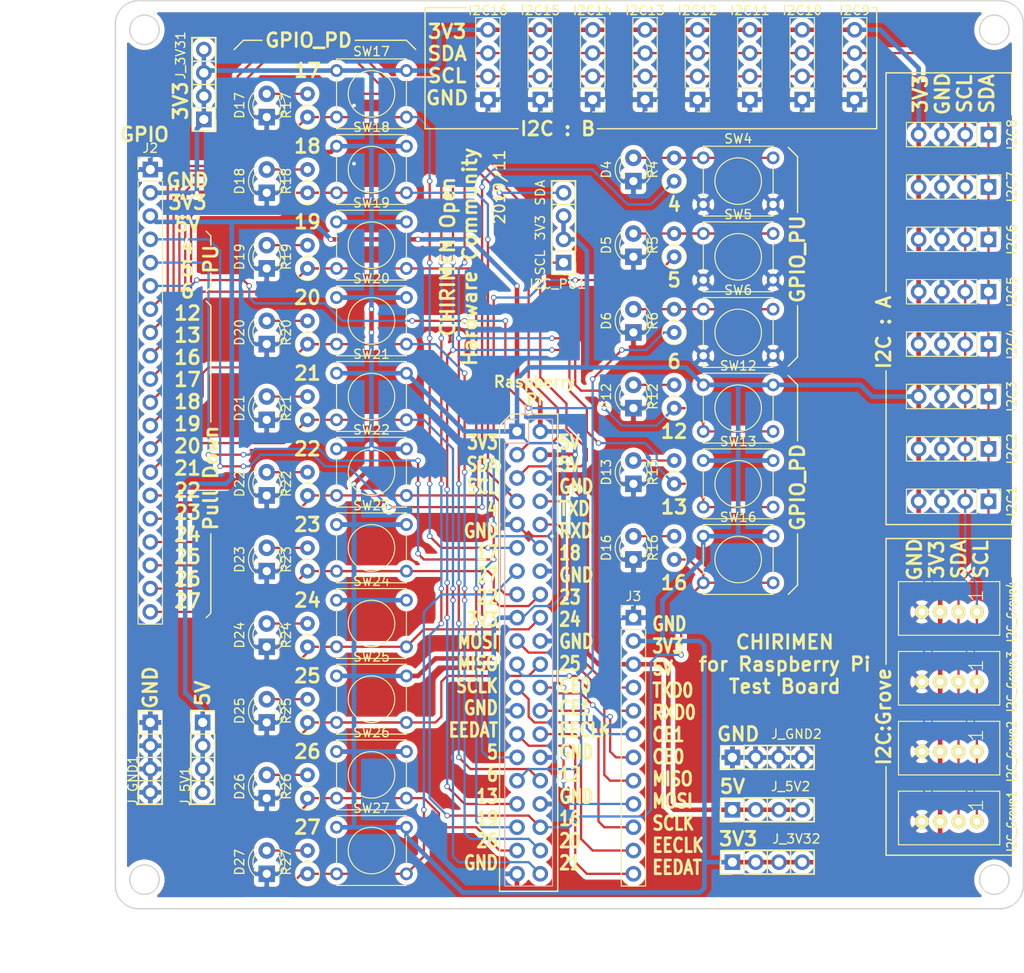
<source format=kicad_pcb>
(kicad_pcb (version 20171130) (host pcbnew "(5.1.4)-1")
  (layers (0 F.Cu signal) (31 B.Cu signal) (34 B.Paste user) (35 F.Paste user) (36 B.SilkS user) (37 F.SilkS user) (38 B.Mask user) (39 F.Mask user) (44 Edge.Cuts user))
  (net 0 "")
  (net 1 GND)
  (net 2 "Net-(D4-Pad2)")
  (net 3 "Net-(D5-Pad2)")
  (net 4 "Net-(D6-Pad2)")
  (net 5 "Net-(D12-Pad2)")
  (net 6 "Net-(D13-Pad2)")
  (net 7 "Net-(D16-Pad2)")
  (net 8 "Net-(D17-Pad2)")
  (net 9 "Net-(D18-Pad2)")
  (net 10 "Net-(D19-Pad2)")
  (net 11 "Net-(D20-Pad2)")
  (net 12 "Net-(D21-Pad2)")
  (net 13 "Net-(D22-Pad2)")
  (net 14 "Net-(D23-Pad2)")
  (net 15 "Net-(D24-Pad2)")
  (net 16 "Net-(D25-Pad2)")
  (net 17 "Net-(D26-Pad2)")
  (net 18 "Net-(D27-Pad2)")
  (net 19 SDA)
  (net 20 SCL)
  (net 21 +3V3)
  (net 22 +5V)
  (net 23 G4)
  (net 24 TXD0)
  (net 25 RXD0)
  (net 26 G17)
  (net 27 G18)
  (net 28 G27)
  (net 29 G22)
  (net 30 G23)
  (net 31 G24)
  (net 32 SPI_MOSI)
  (net 33 SPI_MISO)
  (net 34 G25)
  (net 35 SPI_SCLK)
  (net 36 SPI_CE0)
  (net 37 SPI_CE1)
  (net 38 ID_SD)
  (net 39 ID_SC)
  (net 40 G5)
  (net 41 G6)
  (net 42 G12)
  (net 43 G13)
  (net 44 G19)
  (net 45 G16)
  (net 46 G26)
  (net 47 G20)
  (net 48 G21)
  (module Socket_Strips:Socket_Strip_Straight_1x04_Pitch2.54mm (layer F.Cu) (at 101.6 143.51 90)
    (fp_text reference J_3V32 (at 2.54 6.985) (layer F.SilkS))
    (fp_text value Conn_01x04_Female)
    (pad 1 thru_hole rect (at 0 0 90) (size 1.7 1.7) (drill 1) (layers *.Cu *.Mask) (net 21 +3V3))
    (pad 2 thru_hole oval (at 0 2.54 90) (size 1.7 1.7) (drill 1) (layers *.Cu *.Mask) (net 21 +3V3))
    (pad 3 thru_hole oval (at 0 5.08 90) (size 1.7 1.7) (drill 1) (layers *.Cu *.Mask) (net 21 +3V3))
    (pad 4 thru_hole oval (at 0 7.62 90) (size 1.7 1.7) (drill 1) (layers *.Cu *.Mask) (net 21 +3V3))
  )
  (module Socket_Strips:Socket_Strip_Straight_1x04_Pitch2.54mm (layer F.Cu) (at 43.942 62.484 180)
    (fp_text reference J_3V31 (at 2.54 6.985 90) (layer F.SilkS))
    (fp_text value Conn_01x04_Female)
    (pad 4 thru_hole oval (at 0 7.62 180) (size 1.7 1.7) (drill 1) (layers *.Cu *.Mask) (net 21 +3V3))
    (pad 3 thru_hole oval (at 0 5.08 180) (size 1.7 1.7) (drill 1) (layers *.Cu *.Mask) (net 21 +3V3))
    (pad 2 thru_hole oval (at 0 2.54 180) (size 1.7 1.7) (drill 1) (layers *.Cu *.Mask) (net 21 +3V3))
    (pad 1 thru_hole rect (at 0 0 180) (size 1.7 1.7) (drill 1) (layers *.Cu *.Mask) (net 21 +3V3))
  )
  (module Socket_Strips:Socket_Strip_Straight_1x04_Pitch2.54mm (layer F.Cu) (at 101.6 132.08 90)
    (fp_text reference J_GND2 (at 2.54 6.985) (layer F.SilkS))
    (fp_text value Conn_01x04_Female)
    (pad 1 thru_hole rect (at 0 0 90) (size 1.7 1.7) (drill 1) (layers *.Cu *.Mask) (net 1 GND))
    (pad 2 thru_hole oval (at 0 2.54 90) (size 1.7 1.7) (drill 1) (layers *.Cu *.Mask) (net 1 GND))
    (pad 3 thru_hole oval (at 0 5.08 90) (size 1.7 1.7) (drill 1) (layers *.Cu *.Mask) (net 1 GND))
    (pad 4 thru_hole oval (at 0 7.62 90) (size 1.7 1.7) (drill 1) (layers *.Cu *.Mask) (net 1 GND))
  )
  (module Socket_Strips:Socket_Strip_Straight_1x04_Pitch2.54mm (layer F.Cu) (at 101.6 137.795 90)
    (fp_text reference J_5V2 (at 2.54 6.35) (layer F.SilkS))
    (fp_text value Conn_01x04_Female)
    (pad 1 thru_hole rect (at 0 0 90) (size 1.7 1.7) (drill 1) (layers *.Cu *.Mask) (net 22 +5V))
    (pad 2 thru_hole oval (at 0 2.54 90) (size 1.7 1.7) (drill 1) (layers *.Cu *.Mask) (net 22 +5V))
    (pad 3 thru_hole oval (at 0 5.08 90) (size 1.7 1.7) (drill 1) (layers *.Cu *.Mask) (net 22 +5V))
    (pad 4 thru_hole oval (at 0 7.62 90) (size 1.7 1.7) (drill 1) (layers *.Cu *.Mask) (net 22 +5V))
  )
  (module Socket_Strips:Socket_Strip_Straight_1x04_Pitch2.54mm (layer F.Cu) (at 38.1 128.27)
    (fp_text reference J_GND1 (at -1.905 6.35 90) (layer F.SilkS))
    (fp_text value Conn_01x04_Female)
    (pad 1 thru_hole rect (at 0 0) (size 1.7 1.7) (drill 1) (layers *.Cu *.Mask) (net 1 GND))
    (pad 2 thru_hole oval (at 0 2.54) (size 1.7 1.7) (drill 1) (layers *.Cu *.Mask) (net 1 GND))
    (pad 3 thru_hole oval (at 0 5.08) (size 1.7 1.7) (drill 1) (layers *.Cu *.Mask) (net 1 GND))
    (pad 4 thru_hole oval (at 0 7.62) (size 1.7 1.7) (drill 1) (layers *.Cu *.Mask) (net 1 GND))
  )
  (module Socket_Strips:Socket_Strip_Straight_1x04_Pitch2.54mm (layer F.Cu) (at 43.815 128.27)
    (fp_text reference J_5V1 (at -1.905 6.985 90) (layer F.SilkS))
    (fp_text value Conn_01x04_Female)
    (pad 4 thru_hole oval (at 0 7.62) (size 1.7 1.7) (drill 1) (layers *.Cu *.Mask) (net 22 +5V))
    (pad 3 thru_hole oval (at 0 5.08) (size 1.7 1.7) (drill 1) (layers *.Cu *.Mask) (net 22 +5V))
    (pad 2 thru_hole oval (at 0 2.54) (size 1.7 1.7) (drill 1) (layers *.Cu *.Mask) (net 22 +5V))
    (pad 1 thru_hole rect (at 0 0) (size 1.7 1.7) (drill 1) (layers *.Cu *.Mask) (net 22 +5V))
  )
  (module Socket_Strips:Socket_Strip_Straight_1x04_Pitch2.54mm (layer F.Cu) (at 83.185 78.105 180)
    (fp_text reference I2C_PU1 (at 0.635 -2.33) (layer F.SilkS))
    (fp_text value Conn_01x04_Female)
    (pad 4 thru_hole oval (at 0 7.62 180) (size 1.7 1.7) (drill 1) (layers *.Cu *.Mask) (net 19 SDA))
    (pad 3 thru_hole oval (at 0 5.08 180) (size 1.7 1.7) (drill 1) (layers *.Cu *.Mask) (net 21 +3V3))
    (pad 2 thru_hole oval (at 0 2.54 180) (size 1.7 1.7) (drill 1) (layers *.Cu *.Mask) (net 21 +3V3))
    (pad 1 thru_hole rect (at 0 0 180) (size 1.7 1.7) (drill 1) (layers *.Cu *.Mask) (net 20 SCL))
  )
  (module Connectors:Grove_1x04 (layer F.Cu) (at 128.27 116.205 270)
    (fp_text reference I2C_Grove4 (at 0 -3.81 90) (layer F.SilkS) (effects (font (size 1 0.8))))
    (fp_text value Conn_01x04)
    (fp_text user 1 (at -1.775 0.075 90) (layer F.SilkS) (effects (font (size 1.5 1.5) (thickness 0.12))))
    (pad 4 thru_hole circle (at 0 6 270) (size 1.524 1.524) (drill 0.762) (layers *.Cu *.Mask F.SilkS) (net 1 GND))
    (pad 3 thru_hole circle (at 0 4 270) (size 1.524 1.524) (drill 0.762) (layers *.Cu *.Mask F.SilkS) (net 21 +3V3))
    (pad 2 thru_hole circle (at 0 2 270) (size 1.524 1.524) (drill 0.762) (layers *.Cu *.Mask F.SilkS) (net 19 SDA))
    (pad 1 thru_hole circle (at 0 0 270) (size 1.524 1.524) (drill 0.762) (layers *.Cu *.Mask F.SilkS) (net 20 SCL))
  )
  (module Connectors:Grove_1x04 (layer F.Cu) (at 128.27 131.445 270)
    (fp_text reference I2C_Grove2 (at 0 -3.81 90) (layer F.SilkS) (effects (font (size 1 0.8))))
    (fp_text value Conn_01x04)
    (fp_text user 1 (at -1.775 0.075 90) (layer F.SilkS) (effects (font (size 1.5 1.5) (thickness 0.12))))
    (pad 4 thru_hole circle (at 0 6 270) (size 1.524 1.524) (drill 0.762) (layers *.Cu *.Mask F.SilkS) (net 1 GND))
    (pad 3 thru_hole circle (at 0 4 270) (size 1.524 1.524) (drill 0.762) (layers *.Cu *.Mask F.SilkS) (net 21 +3V3))
    (pad 2 thru_hole circle (at 0 2 270) (size 1.524 1.524) (drill 0.762) (layers *.Cu *.Mask F.SilkS) (net 19 SDA))
    (pad 1 thru_hole circle (at 0 0 270) (size 1.524 1.524) (drill 0.762) (layers *.Cu *.Mask F.SilkS) (net 20 SCL))
  )
  (module Connectors:Grove_1x04 (layer F.Cu) (at 128.27 123.825 270)
    (fp_text reference I2C_Grove3 (at 0 -3.81 90) (layer F.SilkS) (effects (font (size 1 0.8))))
    (fp_text value Conn_01x04)
    (fp_text user 1 (at -1.775 0.075 90) (layer F.SilkS) (effects (font (size 1.5 1.5) (thickness 0.12))))
    (pad 4 thru_hole circle (at 0 6 270) (size 1.524 1.524) (drill 0.762) (layers *.Cu *.Mask F.SilkS) (net 1 GND))
    (pad 3 thru_hole circle (at 0 4 270) (size 1.524 1.524) (drill 0.762) (layers *.Cu *.Mask F.SilkS) (net 21 +3V3))
    (pad 2 thru_hole circle (at 0 2 270) (size 1.524 1.524) (drill 0.762) (layers *.Cu *.Mask F.SilkS) (net 19 SDA))
    (pad 1 thru_hole circle (at 0 0 270) (size 1.524 1.524) (drill 0.762) (layers *.Cu *.Mask F.SilkS) (net 20 SCL))
  )
  (module Socket_Strips:Socket_Strip_Straight_1x04_Pitch2.54mm (layer F.Cu) (at 114.935 60.325 180)
    (fp_text reference I2C9 (at 0 9.735) (layer F.SilkS))
    (fp_text value Conn_01x04_Female)
    (pad 1 thru_hole rect (at 0 0 180) (size 1.7 1.7) (drill 1) (layers *.Cu *.Mask) (net 1 GND))
    (pad 2 thru_hole oval (at 0 2.54 180) (size 1.7 1.7) (drill 1) (layers *.Cu *.Mask) (net 20 SCL))
    (pad 3 thru_hole oval (at 0 5.08 180) (size 1.7 1.7) (drill 1) (layers *.Cu *.Mask) (net 19 SDA))
    (pad 4 thru_hole oval (at 0 7.62 180) (size 1.7 1.7) (drill 1) (layers *.Cu *.Mask) (net 21 +3V3))
  )
  (module Socket_Strips:Socket_Strip_Straight_1x04_Pitch2.54mm (layer F.Cu) (at 74.93 60.325 180)
    (fp_text reference I2C16 (at 0 9.735) (layer F.SilkS))
    (fp_text value Conn_01x04_Female)
    (pad 4 thru_hole oval (at 0 7.62 180) (size 1.7 1.7) (drill 1) (layers *.Cu *.Mask) (net 21 +3V3))
    (pad 3 thru_hole oval (at 0 5.08 180) (size 1.7 1.7) (drill 1) (layers *.Cu *.Mask) (net 19 SDA))
    (pad 2 thru_hole oval (at 0 2.54 180) (size 1.7 1.7) (drill 1) (layers *.Cu *.Mask) (net 20 SCL))
    (pad 1 thru_hole rect (at 0 0 180) (size 1.7 1.7) (drill 1) (layers *.Cu *.Mask) (net 1 GND))
  )
  (module Socket_Strips:Socket_Strip_Straight_1x04_Pitch2.54mm (layer F.Cu) (at 80.645 60.325 180)
    (fp_text reference I2C15 (at 0 9.735) (layer F.SilkS))
    (fp_text value Conn_01x04_Female)
    (pad 4 thru_hole oval (at 0 7.62 180) (size 1.7 1.7) (drill 1) (layers *.Cu *.Mask) (net 21 +3V3))
    (pad 3 thru_hole oval (at 0 5.08 180) (size 1.7 1.7) (drill 1) (layers *.Cu *.Mask) (net 19 SDA))
    (pad 2 thru_hole oval (at 0 2.54 180) (size 1.7 1.7) (drill 1) (layers *.Cu *.Mask) (net 20 SCL))
    (pad 1 thru_hole rect (at 0 0 180) (size 1.7 1.7) (drill 1) (layers *.Cu *.Mask) (net 1 GND))
  )
  (module Socket_Strips:Socket_Strip_Straight_1x04_Pitch2.54mm (layer F.Cu) (at 86.36 60.325 180)
    (fp_text reference I2C14 (at 0 9.735) (layer F.SilkS))
    (fp_text value Conn_01x04_Female)
    (pad 4 thru_hole oval (at 0 7.62 180) (size 1.7 1.7) (drill 1) (layers *.Cu *.Mask) (net 21 +3V3))
    (pad 3 thru_hole oval (at 0 5.08 180) (size 1.7 1.7) (drill 1) (layers *.Cu *.Mask) (net 19 SDA))
    (pad 2 thru_hole oval (at 0 2.54 180) (size 1.7 1.7) (drill 1) (layers *.Cu *.Mask) (net 20 SCL))
    (pad 1 thru_hole rect (at 0 0 180) (size 1.7 1.7) (drill 1) (layers *.Cu *.Mask) (net 1 GND))
  )
  (module Socket_Strips:Socket_Strip_Straight_1x04_Pitch2.54mm (layer F.Cu) (at 92.075 60.325 180)
    (fp_text reference I2C13 (at 0 9.735) (layer F.SilkS))
    (fp_text value Conn_01x04_Female)
    (pad 4 thru_hole oval (at 0 7.62 180) (size 1.7 1.7) (drill 1) (layers *.Cu *.Mask) (net 21 +3V3))
    (pad 3 thru_hole oval (at 0 5.08 180) (size 1.7 1.7) (drill 1) (layers *.Cu *.Mask) (net 19 SDA))
    (pad 2 thru_hole oval (at 0 2.54 180) (size 1.7 1.7) (drill 1) (layers *.Cu *.Mask) (net 20 SCL))
    (pad 1 thru_hole rect (at 0 0 180) (size 1.7 1.7) (drill 1) (layers *.Cu *.Mask) (net 1 GND))
  )
  (module Socket_Strips:Socket_Strip_Straight_1x04_Pitch2.54mm (layer F.Cu) (at 129.54 64.135 270)
    (fp_text reference I2C8 (at 0 -2.54 90) (layer F.SilkS))
    (fp_text value Conn_01x04_Female)
    (pad 4 thru_hole oval (at 0 7.62 270) (size 1.7 1.7) (drill 1) (layers *.Cu *.Mask) (net 21 +3V3))
    (pad 3 thru_hole oval (at 0 5.08 270) (size 1.7 1.7) (drill 1) (layers *.Cu *.Mask) (net 1 GND))
    (pad 2 thru_hole oval (at 0 2.54 270) (size 1.7 1.7) (drill 1) (layers *.Cu *.Mask) (net 20 SCL))
    (pad 1 thru_hole rect (at 0 0 270) (size 1.7 1.7) (drill 1) (layers *.Cu *.Mask) (net 19 SDA))
  )
  (module Socket_Strips:Socket_Strip_Straight_1x04_Pitch2.54mm (layer F.Cu) (at 129.54 69.85 270)
    (fp_text reference I2C7 (at 0 -2.54 90) (layer F.SilkS))
    (fp_text value Conn_01x04_Female)
    (pad 4 thru_hole oval (at 0 7.62 270) (size 1.7 1.7) (drill 1) (layers *.Cu *.Mask) (net 21 +3V3))
    (pad 3 thru_hole oval (at 0 5.08 270) (size 1.7 1.7) (drill 1) (layers *.Cu *.Mask) (net 1 GND))
    (pad 2 thru_hole oval (at 0 2.54 270) (size 1.7 1.7) (drill 1) (layers *.Cu *.Mask) (net 20 SCL))
    (pad 1 thru_hole rect (at 0 0 270) (size 1.7 1.7) (drill 1) (layers *.Cu *.Mask) (net 19 SDA))
  )
  (module Socket_Strips:Socket_Strip_Straight_1x04_Pitch2.54mm (layer F.Cu) (at 129.54 75.565 270)
    (fp_text reference I2C6 (at 0 -2.54 90) (layer F.SilkS))
    (fp_text value Conn_01x04_Female)
    (pad 4 thru_hole oval (at 0 7.62 270) (size 1.7 1.7) (drill 1) (layers *.Cu *.Mask) (net 21 +3V3))
    (pad 3 thru_hole oval (at 0 5.08 270) (size 1.7 1.7) (drill 1) (layers *.Cu *.Mask) (net 1 GND))
    (pad 2 thru_hole oval (at 0 2.54 270) (size 1.7 1.7) (drill 1) (layers *.Cu *.Mask) (net 20 SCL))
    (pad 1 thru_hole rect (at 0 0 270) (size 1.7 1.7) (drill 1) (layers *.Cu *.Mask) (net 19 SDA))
  )
  (module Socket_Strips:Socket_Strip_Straight_1x04_Pitch2.54mm (layer F.Cu) (at 129.54 81.28 270)
    (fp_text reference I2C5 (at 0 -2.54 90) (layer F.SilkS))
    (fp_text value Conn_01x04_Female)
    (pad 4 thru_hole oval (at 0 7.62 270) (size 1.7 1.7) (drill 1) (layers *.Cu *.Mask) (net 21 +3V3))
    (pad 3 thru_hole oval (at 0 5.08 270) (size 1.7 1.7) (drill 1) (layers *.Cu *.Mask) (net 1 GND))
    (pad 2 thru_hole oval (at 0 2.54 270) (size 1.7 1.7) (drill 1) (layers *.Cu *.Mask) (net 20 SCL))
    (pad 1 thru_hole rect (at 0 0 270) (size 1.7 1.7) (drill 1) (layers *.Cu *.Mask) (net 19 SDA))
  )
  (module Socket_Strips:Socket_Strip_Straight_1x04_Pitch2.54mm (layer F.Cu) (at 129.54 86.995 270)
    (fp_text reference I2C4 (at 0 -2.54 90) (layer F.SilkS))
    (fp_text value Conn_01x04_Female)
    (pad 1 thru_hole rect (at 0 0 270) (size 1.7 1.7) (drill 1) (layers *.Cu *.Mask) (net 19 SDA))
    (pad 2 thru_hole oval (at 0 2.54 270) (size 1.7 1.7) (drill 1) (layers *.Cu *.Mask) (net 20 SCL))
    (pad 3 thru_hole oval (at 0 5.08 270) (size 1.7 1.7) (drill 1) (layers *.Cu *.Mask) (net 1 GND))
    (pad 4 thru_hole oval (at 0 7.62 270) (size 1.7 1.7) (drill 1) (layers *.Cu *.Mask) (net 21 +3V3))
  )
  (module Socket_Strips:Socket_Strip_Straight_1x04_Pitch2.54mm (layer F.Cu) (at 129.54 92.71 270)
    (fp_text reference I2C3 (at 0 -2.54 90) (layer F.SilkS))
    (fp_text value Conn_01x04_Female)
    (pad 1 thru_hole rect (at 0 0 270) (size 1.7 1.7) (drill 1) (layers *.Cu *.Mask) (net 19 SDA))
    (pad 2 thru_hole oval (at 0 2.54 270) (size 1.7 1.7) (drill 1) (layers *.Cu *.Mask) (net 20 SCL))
    (pad 3 thru_hole oval (at 0 5.08 270) (size 1.7 1.7) (drill 1) (layers *.Cu *.Mask) (net 1 GND))
    (pad 4 thru_hole oval (at 0 7.62 270) (size 1.7 1.7) (drill 1) (layers *.Cu *.Mask) (net 21 +3V3))
  )
  (module Socket_Strips:Socket_Strip_Straight_1x04_Pitch2.54mm (layer F.Cu) (at 97.79 60.325 180)
    (fp_text reference I2C12 (at 0 9.735) (layer F.SilkS))
    (fp_text value Conn_01x04_Female)
    (pad 1 thru_hole rect (at 0 0 180) (size 1.7 1.7) (drill 1) (layers *.Cu *.Mask) (net 1 GND))
    (pad 2 thru_hole oval (at 0 2.54 180) (size 1.7 1.7) (drill 1) (layers *.Cu *.Mask) (net 20 SCL))
    (pad 3 thru_hole oval (at 0 5.08 180) (size 1.7 1.7) (drill 1) (layers *.Cu *.Mask) (net 19 SDA))
    (pad 4 thru_hole oval (at 0 7.62 180) (size 1.7 1.7) (drill 1) (layers *.Cu *.Mask) (net 21 +3V3))
  )
  (module Socket_Strips:Socket_Strip_Straight_1x04_Pitch2.54mm (layer F.Cu) (at 103.505 60.325 180)
    (fp_text reference I2C11 (at 0 9.735) (layer F.SilkS))
    (fp_text value Conn_01x04_Female)
    (pad 4 thru_hole oval (at 0 7.62 180) (size 1.7 1.7) (drill 1) (layers *.Cu *.Mask) (net 21 +3V3))
    (pad 3 thru_hole oval (at 0 5.08 180) (size 1.7 1.7) (drill 1) (layers *.Cu *.Mask) (net 19 SDA))
    (pad 2 thru_hole oval (at 0 2.54 180) (size 1.7 1.7) (drill 1) (layers *.Cu *.Mask) (net 20 SCL))
    (pad 1 thru_hole rect (at 0 0 180) (size 1.7 1.7) (drill 1) (layers *.Cu *.Mask) (net 1 GND))
  )
  (module LEDs:LED_D3.0mm (layer F.Cu) (at 90.805 69.215 90)
    (fp_text reference D4 (at 1.27 -2.96 90) (layer F.SilkS))
    (fp_text value LED)
    (pad 1 thru_hole rect (at 0 0 90) (size 1.8 1.8) (drill 0.9) (layers *.Cu *.Mask) (net 1 GND))
    (pad 2 thru_hole circle (at 2.54 0 90) (size 1.8 1.8) (drill 0.9) (layers *.Cu *.Mask) (net 2 "Net-(D4-Pad2)"))
  )
  (module LEDs:LED_D3.0mm (layer F.Cu) (at 90.805 77.47 90)
    (fp_text reference D5 (at 1.27 -2.96 90) (layer F.SilkS))
    (fp_text value LED)
    (pad 1 thru_hole rect (at 0 0 90) (size 1.8 1.8) (drill 0.9) (layers *.Cu *.Mask) (net 1 GND))
    (pad 2 thru_hole circle (at 2.54 0 90) (size 1.8 1.8) (drill 0.9) (layers *.Cu *.Mask) (net 3 "Net-(D5-Pad2)"))
  )
  (module LEDs:LED_D3.0mm (layer F.Cu) (at 90.805 85.725 90)
    (fp_text reference D6 (at 1.27 -2.96 90) (layer F.SilkS))
    (fp_text value LED)
    (pad 1 thru_hole rect (at 0 0 90) (size 1.8 1.8) (drill 0.9) (layers *.Cu *.Mask) (net 1 GND))
    (pad 2 thru_hole circle (at 2.54 0 90) (size 1.8 1.8) (drill 0.9) (layers *.Cu *.Mask) (net 4 "Net-(D6-Pad2)"))
  )
  (module LEDs:LED_D3.0mm (layer F.Cu) (at 90.805 93.98 90)
    (fp_text reference D12 (at 1.27 -2.96 90) (layer F.SilkS))
    (fp_text value LED)
    (pad 1 thru_hole rect (at 0 0 90) (size 1.8 1.8) (drill 0.9) (layers *.Cu *.Mask) (net 1 GND))
    (pad 2 thru_hole circle (at 2.54 0 90) (size 1.8 1.8) (drill 0.9) (layers *.Cu *.Mask) (net 5 "Net-(D12-Pad2)"))
  )
  (module LEDs:LED_D3.0mm (layer F.Cu) (at 90.805 102.235 90)
    (fp_text reference D13 (at 1.27 -2.96 90) (layer F.SilkS))
    (fp_text value LED)
    (pad 1 thru_hole rect (at 0 0 90) (size 1.8 1.8) (drill 0.9) (layers *.Cu *.Mask) (net 1 GND))
    (pad 2 thru_hole circle (at 2.54 0 90) (size 1.8 1.8) (drill 0.9) (layers *.Cu *.Mask) (net 6 "Net-(D13-Pad2)"))
  )
  (module LEDs:LED_D3.0mm (layer F.Cu) (at 90.805 110.49 90)
    (fp_text reference D16 (at 1.27 -2.96 90) (layer F.SilkS))
    (fp_text value LED)
    (pad 1 thru_hole rect (at 0 0 90) (size 1.8 1.8) (drill 0.9) (layers *.Cu *.Mask) (net 1 GND))
    (pad 2 thru_hole circle (at 2.54 0 90) (size 1.8 1.8) (drill 0.9) (layers *.Cu *.Mask) (net 7 "Net-(D16-Pad2)"))
  )
  (module LEDs:LED_D3.0mm (layer F.Cu) (at 50.8 62.23 90)
    (fp_text reference D17 (at 1.27 -2.96 90) (layer F.SilkS))
    (fp_text value LED)
    (pad 1 thru_hole rect (at 0 0 90) (size 1.8 1.8) (drill 0.9) (layers *.Cu *.Mask) (net 1 GND))
    (pad 2 thru_hole circle (at 2.54 0 90) (size 1.8 1.8) (drill 0.9) (layers *.Cu *.Mask) (net 8 "Net-(D17-Pad2)"))
  )
  (module LEDs:LED_D3.0mm (layer F.Cu) (at 50.8 70.485 90)
    (fp_text reference D18 (at 1.27 -2.96 90) (layer F.SilkS))
    (fp_text value LED)
    (pad 1 thru_hole rect (at 0 0 90) (size 1.8 1.8) (drill 0.9) (layers *.Cu *.Mask) (net 1 GND))
    (pad 2 thru_hole circle (at 2.54 0 90) (size 1.8 1.8) (drill 0.9) (layers *.Cu *.Mask) (net 9 "Net-(D18-Pad2)"))
  )
  (module LEDs:LED_D3.0mm (layer F.Cu) (at 50.8 78.74 90)
    (fp_text reference D19 (at 1.27 -2.96 90) (layer F.SilkS))
    (fp_text value LED)
    (pad 1 thru_hole rect (at 0 0 90) (size 1.8 1.8) (drill 0.9) (layers *.Cu *.Mask) (net 1 GND))
    (pad 2 thru_hole circle (at 2.54 0 90) (size 1.8 1.8) (drill 0.9) (layers *.Cu *.Mask) (net 10 "Net-(D19-Pad2)"))
  )
  (module LEDs:LED_D3.0mm (layer F.Cu) (at 50.8 86.995 90)
    (fp_text reference D20 (at 1.27 -2.96 90) (layer F.SilkS))
    (fp_text value LED)
    (pad 1 thru_hole rect (at 0 0 90) (size 1.8 1.8) (drill 0.9) (layers *.Cu *.Mask) (net 1 GND))
    (pad 2 thru_hole circle (at 2.54 0 90) (size 1.8 1.8) (drill 0.9) (layers *.Cu *.Mask) (net 11 "Net-(D20-Pad2)"))
  )
  (module LEDs:LED_D3.0mm (layer F.Cu) (at 50.8 95.25 90)
    (fp_text reference D21 (at 1.27 -2.96 90) (layer F.SilkS))
    (fp_text value LED)
    (pad 1 thru_hole rect (at 0 0 90) (size 1.8 1.8) (drill 0.9) (layers *.Cu *.Mask) (net 1 GND))
    (pad 2 thru_hole circle (at 2.54 0 90) (size 1.8 1.8) (drill 0.9) (layers *.Cu *.Mask) (net 12 "Net-(D21-Pad2)"))
  )
  (module LEDs:LED_D3.0mm (layer F.Cu) (at 50.8 103.505 90)
    (fp_text reference D22 (at 1.27 -2.96 90) (layer F.SilkS))
    (fp_text value LED)
    (pad 1 thru_hole rect (at 0 0 90) (size 1.8 1.8) (drill 0.9) (layers *.Cu *.Mask) (net 1 GND))
    (pad 2 thru_hole circle (at 2.54 0 90) (size 1.8 1.8) (drill 0.9) (layers *.Cu *.Mask) (net 13 "Net-(D22-Pad2)"))
  )
  (module LEDs:LED_D3.0mm (layer F.Cu) (at 50.8 111.76 90)
    (fp_text reference D23 (at 1.27 -2.96 90) (layer F.SilkS))
    (fp_text value LED)
    (pad 1 thru_hole rect (at 0 0 90) (size 1.8 1.8) (drill 0.9) (layers *.Cu *.Mask) (net 1 GND))
    (pad 2 thru_hole circle (at 2.54 0 90) (size 1.8 1.8) (drill 0.9) (layers *.Cu *.Mask) (net 14 "Net-(D23-Pad2)"))
  )
  (module LEDs:LED_D3.0mm (layer F.Cu) (at 50.8 120.015 90)
    (fp_text reference D24 (at 1.27 -2.96 90) (layer F.SilkS))
    (fp_text value LED)
    (pad 1 thru_hole rect (at 0 0 90) (size 1.8 1.8) (drill 0.9) (layers *.Cu *.Mask) (net 1 GND))
    (pad 2 thru_hole circle (at 2.54 0 90) (size 1.8 1.8) (drill 0.9) (layers *.Cu *.Mask) (net 15 "Net-(D24-Pad2)"))
  )
  (module LEDs:LED_D3.0mm (layer F.Cu) (at 50.8 128.27 90)
    (fp_text reference D25 (at 1.27 -2.96 90) (layer F.SilkS))
    (fp_text value LED)
    (pad 1 thru_hole rect (at 0 0 90) (size 1.8 1.8) (drill 0.9) (layers *.Cu *.Mask) (net 1 GND))
    (pad 2 thru_hole circle (at 2.54 0 90) (size 1.8 1.8) (drill 0.9) (layers *.Cu *.Mask) (net 16 "Net-(D25-Pad2)"))
  )
  (module LEDs:LED_D3.0mm (layer F.Cu) (at 50.8 136.525 90)
    (fp_text reference D26 (at 1.27 -2.96 90) (layer F.SilkS))
    (fp_text value LED)
    (pad 1 thru_hole rect (at 0 0 90) (size 1.8 1.8) (drill 0.9) (layers *.Cu *.Mask) (net 1 GND))
    (pad 2 thru_hole circle (at 2.54 0 90) (size 1.8 1.8) (drill 0.9) (layers *.Cu *.Mask) (net 17 "Net-(D26-Pad2)"))
  )
  (module LEDs:LED_D3.0mm (layer F.Cu) (at 50.8 144.78 90)
    (fp_text reference D27 (at 1.27 -2.96 90) (layer F.SilkS))
    (fp_text value LED)
    (pad 1 thru_hole rect (at 0 0 90) (size 1.8 1.8) (drill 0.9) (layers *.Cu *.Mask) (net 1 GND))
    (pad 2 thru_hole circle (at 2.54 0 90) (size 1.8 1.8) (drill 0.9) (layers *.Cu *.Mask) (net 18 "Net-(D27-Pad2)"))
  )
  (module Socket_Strips:Socket_Strip_Straight_1x04_Pitch2.54mm (layer F.Cu) (at 129.54 104.14 270)
    (fp_text reference I2C1 (at 0 -2.54 90) (layer F.SilkS))
    (fp_text value Conn_01x04_Female)
    (pad 4 thru_hole oval (at 0 7.62 270) (size 1.7 1.7) (drill 1) (layers *.Cu *.Mask) (net 21 +3V3))
    (pad 3 thru_hole oval (at 0 5.08 270) (size 1.7 1.7) (drill 1) (layers *.Cu *.Mask) (net 1 GND))
    (pad 2 thru_hole oval (at 0 2.54 270) (size 1.7 1.7) (drill 1) (layers *.Cu *.Mask) (net 20 SCL))
    (pad 1 thru_hole rect (at 0 0 270) (size 1.7 1.7) (drill 1) (layers *.Cu *.Mask) (net 19 SDA))
  )
  (module Socket_Strips:Socket_Strip_Straight_1x04_Pitch2.54mm (layer F.Cu) (at 129.54 98.425 270)
    (fp_text reference I2C2 (at 0 -2.54 90) (layer F.SilkS))
    (fp_text value Conn_01x04_Female)
    (pad 1 thru_hole rect (at 0 0 270) (size 1.7 1.7) (drill 1) (layers *.Cu *.Mask) (net 19 SDA))
    (pad 2 thru_hole oval (at 0 2.54 270) (size 1.7 1.7) (drill 1) (layers *.Cu *.Mask) (net 20 SCL))
    (pad 3 thru_hole oval (at 0 5.08 270) (size 1.7 1.7) (drill 1) (layers *.Cu *.Mask) (net 1 GND))
    (pad 4 thru_hole oval (at 0 7.62 270) (size 1.7 1.7) (drill 1) (layers *.Cu *.Mask) (net 21 +3V3))
  )
  (module Socket_Strips:Socket_Strip_Straight_1x04_Pitch2.54mm (layer F.Cu) (at 109.22 60.325 180)
    (fp_text reference I2C10 (at 0 9.735) (layer F.SilkS))
    (fp_text value Conn_01x04_Female)
    (pad 1 thru_hole rect (at 0 0 180) (size 1.7 1.7) (drill 1) (layers *.Cu *.Mask) (net 1 GND))
    (pad 2 thru_hole oval (at 0 2.54 180) (size 1.7 1.7) (drill 1) (layers *.Cu *.Mask) (net 20 SCL))
    (pad 3 thru_hole oval (at 0 5.08 180) (size 1.7 1.7) (drill 1) (layers *.Cu *.Mask) (net 19 SDA))
    (pad 4 thru_hole oval (at 0 7.62 180) (size 1.7 1.7) (drill 1) (layers *.Cu *.Mask) (net 21 +3V3))
  )
  (module Connectors:Grove_1x04 (layer F.Cu) (at 128.27 139.065 270)
    (fp_text reference I2C_Grove1 (at 0 -3.81 90) (layer F.SilkS) (effects (font (size 1 0.8))))
    (fp_text value Conn_01x04)
    (fp_text user 1 (at -1.775 0.075 90) (layer F.SilkS) (effects (font (size 1.5 1.5) (thickness 0.12))))
    (pad 1 thru_hole circle (at 0 0 270) (size 1.524 1.524) (drill 0.762) (layers *.Cu *.Mask F.SilkS) (net 20 SCL))
    (pad 2 thru_hole circle (at 0 2 270) (size 1.524 1.524) (drill 0.762) (layers *.Cu *.Mask F.SilkS) (net 19 SDA))
    (pad 3 thru_hole circle (at 0 4 270) (size 1.524 1.524) (drill 0.762) (layers *.Cu *.Mask F.SilkS) (net 21 +3V3))
    (pad 4 thru_hole circle (at 0 6 270) (size 1.524 1.524) (drill 0.762) (layers *.Cu *.Mask F.SilkS) (net 1 GND))
  )
  (module Socket_Strips:Socket_Strip_Straight_2x20_Pitch2.54mm (layer B.Cu) (at 78.105 96.52 180)
    (fp_text reference J1 (at -1.27 2.33 180) (layer B.SilkS) (effects (justify mirror)))
    (fp_text value Raspberry_Pi_2_3)
    (pad 1 thru_hole rect (at 0 0 180) (size 1.7 1.7) (drill 1) (layers *.Cu *.Mask) (net 21 +3V3))
    (pad 2 thru_hole oval (at -2.54 0 180) (size 1.7 1.7) (drill 1) (layers *.Cu *.Mask) (net 22 +5V))
    (pad 3 thru_hole oval (at 0 -2.54 180) (size 1.7 1.7) (drill 1) (layers *.Cu *.Mask) (net 19 SDA))
    (pad 4 thru_hole oval (at -2.54 -2.54 180) (size 1.7 1.7) (drill 1) (layers *.Cu *.Mask) (net 22 +5V))
    (pad 5 thru_hole oval (at 0 -5.08 180) (size 1.7 1.7) (drill 1) (layers *.Cu *.Mask) (net 20 SCL))
    (pad 6 thru_hole oval (at -2.54 -5.08 180) (size 1.7 1.7) (drill 1) (layers *.Cu *.Mask) (net 1 GND))
    (pad 7 thru_hole oval (at 0 -7.62 180) (size 1.7 1.7) (drill 1) (layers *.Cu *.Mask) (net 23 G4))
    (pad 8 thru_hole oval (at -2.54 -7.62 180) (size 1.7 1.7) (drill 1) (layers *.Cu *.Mask) (net 24 TXD0))
    (pad 9 thru_hole oval (at 0 -10.16 180) (size 1.7 1.7) (drill 1) (layers *.Cu *.Mask) (net 1 GND))
    (pad 10 thru_hole oval (at -2.54 -10.16 180) (size 1.7 1.7) (drill 1) (layers *.Cu *.Mask) (net 25 RXD0))
    (pad 11 thru_hole oval (at 0 -12.7 180) (size 1.7 1.7) (drill 1) (layers *.Cu *.Mask) (net 26 G17))
    (pad 12 thru_hole oval (at -2.54 -12.7 180) (size 1.7 1.7) (drill 1) (layers *.Cu *.Mask) (net 27 G18))
    (pad 13 thru_hole oval (at 0 -15.24 180) (size 1.7 1.7) (drill 1) (layers *.Cu *.Mask) (net 28 G27))
    (pad 14 thru_hole oval (at -2.54 -15.24 180) (size 1.7 1.7) (drill 1) (layers *.Cu *.Mask) (net 1 GND))
    (pad 15 thru_hole oval (at 0 -17.78 180) (size 1.7 1.7) (drill 1) (layers *.Cu *.Mask) (net 29 G22))
    (pad 16 thru_hole oval (at -2.54 -17.78 180) (size 1.7 1.7) (drill 1) (layers *.Cu *.Mask) (net 30 G23))
    (pad 17 thru_hole oval (at 0 -20.32 180) (size 1.7 1.7) (drill 1) (layers *.Cu *.Mask) (net 21 +3V3))
    (pad 18 thru_hole oval (at -2.54 -20.32 180) (size 1.7 1.7) (drill 1) (layers *.Cu *.Mask) (net 31 G24))
    (pad 19 thru_hole oval (at 0 -22.86 180) (size 1.7 1.7) (drill 1) (layers *.Cu *.Mask) (net 32 SPI_MOSI))
    (pad 20 thru_hole oval (at -2.54 -22.86 180) (size 1.7 1.7) (drill 1) (layers *.Cu *.Mask) (net 1 GND))
    (pad 21 thru_hole oval (at 0 -25.4 180) (size 1.7 1.7) (drill 1) (layers *.Cu *.Mask) (net 33 SPI_MISO))
    (pad 22 thru_hole oval (at -2.54 -25.4 180) (size 1.7 1.7) (drill 1) (layers *.Cu *.Mask) (net 34 G25))
    (pad 23 thru_hole oval (at 0 -27.94 180) (size 1.7 1.7) (drill 1) (layers *.Cu *.Mask) (net 35 SPI_SCLK))
    (pad 24 thru_hole oval (at -2.54 -27.94 180) (size 1.7 1.7) (drill 1) (layers *.Cu *.Mask) (net 36 SPI_CE0))
    (pad 25 thru_hole oval (at 0 -30.48 180) (size 1.7 1.7) (drill 1) (layers *.Cu *.Mask) (net 1 GND))
    (pad 26 thru_hole oval (at -2.54 -30.48 180) (size 1.7 1.7) (drill 1) (layers *.Cu *.Mask) (net 37 SPI_CE1))
    (pad 27 thru_hole oval (at 0 -33.02 180) (size 1.7 1.7) (drill 1) (layers *.Cu *.Mask) (net 38 ID_SD))
    (pad 28 thru_hole oval (at -2.54 -33.02 180) (size 1.7 1.7) (drill 1) (layers *.Cu *.Mask) (net 39 ID_SC))
    (pad 29 thru_hole oval (at 0 -35.56 180) (size 1.7 1.7) (drill 1) (layers *.Cu *.Mask) (net 40 G5))
    (pad 30 thru_hole oval (at -2.54 -35.56 180) (size 1.7 1.7) (drill 1) (layers *.Cu *.Mask) (net 1 GND))
    (pad 31 thru_hole oval (at 0 -38.1 180) (size 1.7 1.7) (drill 1) (layers *.Cu *.Mask) (net 41 G6))
    (pad 32 thru_hole oval (at -2.54 -38.1 180) (size 1.7 1.7) (drill 1) (layers *.Cu *.Mask) (net 42 G12))
    (pad 33 thru_hole oval (at 0 -40.64 180) (size 1.7 1.7) (drill 1) (layers *.Cu *.Mask) (net 43 G13))
    (pad 34 thru_hole oval (at -2.54 -40.64 180) (size 1.7 1.7) (drill 1) (layers *.Cu *.Mask) (net 1 GND))
    (pad 35 thru_hole oval (at 0 -43.18 180) (size 1.7 1.7) (drill 1) (layers *.Cu *.Mask) (net 44 G19))
    (pad 36 thru_hole oval (at -2.54 -43.18 180) (size 1.7 1.7) (drill 1) (layers *.Cu *.Mask) (net 45 G16))
    (pad 37 thru_hole oval (at 0 -45.72 180) (size 1.7 1.7) (drill 1) (layers *.Cu *.Mask) (net 46 G26))
    (pad 38 thru_hole oval (at -2.54 -45.72 180) (size 1.7 1.7) (drill 1) (layers *.Cu *.Mask) (net 47 G20))
    (pad 39 thru_hole oval (at 0 -48.26 180) (size 1.7 1.7) (drill 1) (layers *.Cu *.Mask) (net 1 GND))
    (pad 40 thru_hole oval (at -2.54 -48.26 180) (size 1.7 1.7) (drill 1) (layers *.Cu *.Mask) (net 48 G21))
  )
  (module Pin_Headers:Pin_Header_Straight_1x20_Pitch2.54mm (layer F.Cu) (at 38.1 67.945)
    (fp_text reference J2 (at 0 -2.33) (layer F.SilkS))
    (fp_text value Conn_01x20_Male)
    (pad 1 thru_hole rect (at 0 0) (size 1.7 1.7) (drill 1) (layers *.Cu *.Mask) (net 1 GND))
    (pad 2 thru_hole oval (at 0 2.54) (size 1.7 1.7) (drill 1) (layers *.Cu *.Mask) (net 21 +3V3))
    (pad 3 thru_hole oval (at 0 5.08) (size 1.7 1.7) (drill 1) (layers *.Cu *.Mask) (net 22 +5V))
    (pad 4 thru_hole oval (at 0 7.62) (size 1.7 1.7) (drill 1) (layers *.Cu *.Mask) (net 23 G4))
    (pad 5 thru_hole oval (at 0 10.16) (size 1.7 1.7) (drill 1) (layers *.Cu *.Mask) (net 40 G5))
    (pad 6 thru_hole oval (at 0 12.7) (size 1.7 1.7) (drill 1) (layers *.Cu *.Mask) (net 41 G6))
    (pad 7 thru_hole oval (at 0 15.24) (size 1.7 1.7) (drill 1) (layers *.Cu *.Mask) (net 42 G12))
    (pad 8 thru_hole oval (at 0 17.78) (size 1.7 1.7) (drill 1) (layers *.Cu *.Mask) (net 43 G13))
    (pad 9 thru_hole oval (at 0 20.32) (size 1.7 1.7) (drill 1) (layers *.Cu *.Mask) (net 45 G16))
    (pad 10 thru_hole oval (at 0 22.86) (size 1.7 1.7) (drill 1) (layers *.Cu *.Mask) (net 26 G17))
    (pad 11 thru_hole oval (at 0 25.4) (size 1.7 1.7) (drill 1) (layers *.Cu *.Mask) (net 27 G18))
    (pad 12 thru_hole oval (at 0 27.94) (size 1.7 1.7) (drill 1) (layers *.Cu *.Mask) (net 44 G19))
    (pad 13 thru_hole oval (at 0 30.48) (size 1.7 1.7) (drill 1) (layers *.Cu *.Mask) (net 47 G20))
    (pad 14 thru_hole oval (at 0 33.02) (size 1.7 1.7) (drill 1) (layers *.Cu *.Mask) (net 48 G21))
    (pad 15 thru_hole oval (at 0 35.56) (size 1.7 1.7) (drill 1) (layers *.Cu *.Mask) (net 29 G22))
    (pad 16 thru_hole oval (at 0 38.1) (size 1.7 1.7) (drill 1) (layers *.Cu *.Mask) (net 30 G23))
    (pad 17 thru_hole oval (at 0 40.64) (size 1.7 1.7) (drill 1) (layers *.Cu *.Mask) (net 31 G24))
    (pad 18 thru_hole oval (at 0 43.18) (size 1.7 1.7) (drill 1) (layers *.Cu *.Mask) (net 34 G25))
    (pad 19 thru_hole oval (at 0 45.72) (size 1.7 1.7) (drill 1) (layers *.Cu *.Mask) (net 46 G26))
    (pad 20 thru_hole oval (at 0 48.26) (size 1.7 1.7) (drill 1) (layers *.Cu *.Mask) (net 28 G27))
  )
  (module Pin_Headers:Pin_Header_Straight_1x12_Pitch2.54mm (layer F.Cu) (at 90.805 116.84)
    (fp_text reference J3 (at 0 -2.33) (layer F.SilkS))
    (fp_text value Conn_01x12_Male)
    (pad 1 thru_hole rect (at 0 0) (size 1.7 1.7) (drill 1) (layers *.Cu *.Mask) (net 1 GND))
    (pad 2 thru_hole oval (at 0 2.54) (size 1.7 1.7) (drill 1) (layers *.Cu *.Mask) (net 21 +3V3))
    (pad 3 thru_hole oval (at 0 5.08) (size 1.7 1.7) (drill 1) (layers *.Cu *.Mask) (net 22 +5V))
    (pad 4 thru_hole oval (at 0 7.62) (size 1.7 1.7) (drill 1) (layers *.Cu *.Mask) (net 24 TXD0))
    (pad 5 thru_hole oval (at 0 10.16) (size 1.7 1.7) (drill 1) (layers *.Cu *.Mask) (net 25 RXD0))
    (pad 6 thru_hole oval (at 0 12.7) (size 1.7 1.7) (drill 1) (layers *.Cu *.Mask) (net 37 SPI_CE1))
    (pad 7 thru_hole oval (at 0 15.24) (size 1.7 1.7) (drill 1) (layers *.Cu *.Mask) (net 36 SPI_CE0))
    (pad 8 thru_hole oval (at 0 17.78) (size 1.7 1.7) (drill 1) (layers *.Cu *.Mask) (net 33 SPI_MISO))
    (pad 9 thru_hole oval (at 0 20.32) (size 1.7 1.7) (drill 1) (layers *.Cu *.Mask) (net 32 SPI_MOSI))
    (pad 10 thru_hole oval (at 0 22.86) (size 1.7 1.7) (drill 1) (layers *.Cu *.Mask) (net 35 SPI_SCLK))
    (pad 11 thru_hole oval (at 0 25.4) (size 1.7 1.7) (drill 1) (layers *.Cu *.Mask) (net 39 ID_SC))
    (pad 12 thru_hole oval (at 0 27.94) (size 1.7 1.7) (drill 1) (layers *.Cu *.Mask) (net 38 ID_SD))
  )
  (module Resistors_THT:R_Axial_DIN0207_L6.3mm_D2.5mm_P2.54mm_Vertical (layer F.Cu) (at 95.25 69.215 90)
    (fp_text reference R4 (at 1.27 -2.31 90) (layer F.SilkS))
    (fp_text value 1K)
    (pad 1 thru_hole circle (at 0 0 90) (size 1.6 1.6) (drill 0.8) (layers *.Cu *.Mask) (net 23 G4))
    (pad 2 thru_hole oval (at 2.54 0 90) (size 1.6 1.6) (drill 0.8) (layers *.Cu *.Mask) (net 2 "Net-(D4-Pad2)"))
  )
  (module Resistors_THT:R_Axial_DIN0207_L6.3mm_D2.5mm_P2.54mm_Vertical (layer F.Cu) (at 95.25 77.47 90)
    (fp_text reference R5 (at 1.27 -2.31 90) (layer F.SilkS))
    (fp_text value 1K)
    (pad 1 thru_hole circle (at 0 0 90) (size 1.6 1.6) (drill 0.8) (layers *.Cu *.Mask) (net 40 G5))
    (pad 2 thru_hole oval (at 2.54 0 90) (size 1.6 1.6) (drill 0.8) (layers *.Cu *.Mask) (net 3 "Net-(D5-Pad2)"))
  )
  (module Resistors_THT:R_Axial_DIN0207_L6.3mm_D2.5mm_P2.54mm_Vertical (layer F.Cu) (at 95.25 85.725 90)
    (fp_text reference R6 (at 1.27 -2.31 90) (layer F.SilkS))
    (fp_text value 1K)
    (pad 1 thru_hole circle (at 0 0 90) (size 1.6 1.6) (drill 0.8) (layers *.Cu *.Mask) (net 41 G6))
    (pad 2 thru_hole oval (at 2.54 0 90) (size 1.6 1.6) (drill 0.8) (layers *.Cu *.Mask) (net 4 "Net-(D6-Pad2)"))
  )
  (module Resistors_THT:R_Axial_DIN0207_L6.3mm_D2.5mm_P2.54mm_Vertical (layer F.Cu) (at 95.25 93.98 90)
    (fp_text reference R12 (at 1.27 -2.31 90) (layer F.SilkS))
    (fp_text value 1K)
    (pad 1 thru_hole circle (at 0 0 90) (size 1.6 1.6) (drill 0.8) (layers *.Cu *.Mask) (net 42 G12))
    (pad 2 thru_hole oval (at 2.54 0 90) (size 1.6 1.6) (drill 0.8) (layers *.Cu *.Mask) (net 5 "Net-(D12-Pad2)"))
  )
  (module Resistors_THT:R_Axial_DIN0207_L6.3mm_D2.5mm_P2.54mm_Vertical (layer F.Cu) (at 95.25 102.235 90)
    (fp_text reference R13 (at 1.27 -2.31 90) (layer F.SilkS))
    (fp_text value 1K)
    (pad 1 thru_hole circle (at 0 0 90) (size 1.6 1.6) (drill 0.8) (layers *.Cu *.Mask) (net 43 G13))
    (pad 2 thru_hole oval (at 2.54 0 90) (size 1.6 1.6) (drill 0.8) (layers *.Cu *.Mask) (net 6 "Net-(D13-Pad2)"))
  )
  (module Resistors_THT:R_Axial_DIN0207_L6.3mm_D2.5mm_P2.54mm_Vertical (layer F.Cu) (at 95.25 110.49 90)
    (fp_text reference R16 (at 1.27 -2.31 90) (layer F.SilkS))
    (fp_text value 1K)
    (pad 1 thru_hole circle (at 0 0 90) (size 1.6 1.6) (drill 0.8) (layers *.Cu *.Mask) (net 45 G16))
    (pad 2 thru_hole oval (at 2.54 0 90) (size 1.6 1.6) (drill 0.8) (layers *.Cu *.Mask) (net 7 "Net-(D16-Pad2)"))
  )
  (module Resistors_THT:R_Axial_DIN0207_L6.3mm_D2.5mm_P2.54mm_Vertical (layer F.Cu) (at 55.245 62.23 90)
    (fp_text reference R17 (at 1.27 -2.31 90) (layer F.SilkS))
    (fp_text value 1K)
    (pad 1 thru_hole circle (at 0 0 90) (size 1.6 1.6) (drill 0.8) (layers *.Cu *.Mask) (net 26 G17))
    (pad 2 thru_hole oval (at 2.54 0 90) (size 1.6 1.6) (drill 0.8) (layers *.Cu *.Mask) (net 8 "Net-(D17-Pad2)"))
  )
  (module Resistors_THT:R_Axial_DIN0207_L6.3mm_D2.5mm_P2.54mm_Vertical (layer F.Cu) (at 55.245 70.485 90)
    (fp_text reference R18 (at 1.27 -2.31 90) (layer F.SilkS))
    (fp_text value 1K)
    (pad 1 thru_hole circle (at 0 0 90) (size 1.6 1.6) (drill 0.8) (layers *.Cu *.Mask) (net 27 G18))
    (pad 2 thru_hole oval (at 2.54 0 90) (size 1.6 1.6) (drill 0.8) (layers *.Cu *.Mask) (net 9 "Net-(D18-Pad2)"))
  )
  (module Resistors_THT:R_Axial_DIN0207_L6.3mm_D2.5mm_P2.54mm_Vertical (layer F.Cu) (at 55.245 78.74 90)
    (fp_text reference R19 (at 1.27 -2.31 90) (layer F.SilkS))
    (fp_text value 1K)
    (pad 1 thru_hole circle (at 0 0 90) (size 1.6 1.6) (drill 0.8) (layers *.Cu *.Mask) (net 44 G19))
    (pad 2 thru_hole oval (at 2.54 0 90) (size 1.6 1.6) (drill 0.8) (layers *.Cu *.Mask) (net 10 "Net-(D19-Pad2)"))
  )
  (module Resistors_THT:R_Axial_DIN0207_L6.3mm_D2.5mm_P2.54mm_Vertical (layer F.Cu) (at 55.245 86.995 90)
    (fp_text reference R20 (at 1.27 -2.31 90) (layer F.SilkS))
    (fp_text value 1K)
    (pad 1 thru_hole circle (at 0 0 90) (size 1.6 1.6) (drill 0.8) (layers *.Cu *.Mask) (net 47 G20))
    (pad 2 thru_hole oval (at 2.54 0 90) (size 1.6 1.6) (drill 0.8) (layers *.Cu *.Mask) (net 11 "Net-(D20-Pad2)"))
  )
  (module Resistors_THT:R_Axial_DIN0207_L6.3mm_D2.5mm_P2.54mm_Vertical (layer F.Cu) (at 55.245 95.25 90)
    (fp_text reference R21 (at 1.27 -2.31 90) (layer F.SilkS))
    (fp_text value 1K)
    (pad 1 thru_hole circle (at 0 0 90) (size 1.6 1.6) (drill 0.8) (layers *.Cu *.Mask) (net 48 G21))
    (pad 2 thru_hole oval (at 2.54 0 90) (size 1.6 1.6) (drill 0.8) (layers *.Cu *.Mask) (net 12 "Net-(D21-Pad2)"))
  )
  (module Resistors_THT:R_Axial_DIN0207_L6.3mm_D2.5mm_P2.54mm_Vertical (layer F.Cu) (at 55.245 103.505 90)
    (fp_text reference R22 (at 1.27 -2.31 90) (layer F.SilkS))
    (fp_text value 1K)
    (pad 1 thru_hole circle (at 0 0 90) (size 1.6 1.6) (drill 0.8) (layers *.Cu *.Mask) (net 29 G22))
    (pad 2 thru_hole oval (at 2.54 0 90) (size 1.6 1.6) (drill 0.8) (layers *.Cu *.Mask) (net 13 "Net-(D22-Pad2)"))
  )
  (module Resistors_THT:R_Axial_DIN0207_L6.3mm_D2.5mm_P2.54mm_Vertical (layer F.Cu) (at 55.245 111.76 90)
    (fp_text reference R23 (at 1.27 -2.31 90) (layer F.SilkS))
    (fp_text value 1K)
    (pad 1 thru_hole circle (at 0 0 90) (size 1.6 1.6) (drill 0.8) (layers *.Cu *.Mask) (net 30 G23))
    (pad 2 thru_hole oval (at 2.54 0 90) (size 1.6 1.6) (drill 0.8) (layers *.Cu *.Mask) (net 14 "Net-(D23-Pad2)"))
  )
  (module Resistors_THT:R_Axial_DIN0207_L6.3mm_D2.5mm_P2.54mm_Vertical (layer F.Cu) (at 55.245 120.015 90)
    (fp_text reference R24 (at 1.27 -2.31 90) (layer F.SilkS))
    (fp_text value 1K)
    (pad 1 thru_hole circle (at 0 0 90) (size 1.6 1.6) (drill 0.8) (layers *.Cu *.Mask) (net 31 G24))
    (pad 2 thru_hole oval (at 2.54 0 90) (size 1.6 1.6) (drill 0.8) (layers *.Cu *.Mask) (net 15 "Net-(D24-Pad2)"))
  )
  (module Resistors_THT:R_Axial_DIN0207_L6.3mm_D2.5mm_P2.54mm_Vertical (layer F.Cu) (at 55.245 128.27 90)
    (fp_text reference R25 (at 1.27 -2.31 90) (layer F.SilkS))
    (fp_text value 1K)
    (pad 1 thru_hole circle (at 0 0 90) (size 1.6 1.6) (drill 0.8) (layers *.Cu *.Mask) (net 34 G25))
    (pad 2 thru_hole oval (at 2.54 0 90) (size 1.6 1.6) (drill 0.8) (layers *.Cu *.Mask) (net 16 "Net-(D25-Pad2)"))
  )
  (module Resistors_THT:R_Axial_DIN0207_L6.3mm_D2.5mm_P2.54mm_Vertical (layer F.Cu) (at 55.245 136.525 90)
    (fp_text reference R26 (at 1.27 -2.31 90) (layer F.SilkS))
    (fp_text value 1K)
    (pad 1 thru_hole circle (at 0 0 90) (size 1.6 1.6) (drill 0.8) (layers *.Cu *.Mask) (net 46 G26))
    (pad 2 thru_hole oval (at 2.54 0 90) (size 1.6 1.6) (drill 0.8) (layers *.Cu *.Mask) (net 17 "Net-(D26-Pad2)"))
  )
  (module Resistors_THT:R_Axial_DIN0207_L6.3mm_D2.5mm_P2.54mm_Vertical (layer F.Cu) (at 55.245 144.78 90)
    (fp_text reference R27 (at 1.27 -2.31 90) (layer F.SilkS))
    (fp_text value 1K)
    (pad 1 thru_hole circle (at 0 0 90) (size 1.6 1.6) (drill 0.8) (layers *.Cu *.Mask) (net 28 G27))
    (pad 2 thru_hole oval (at 2.54 0 90) (size 1.6 1.6) (drill 0.8) (layers *.Cu *.Mask) (net 18 "Net-(D27-Pad2)"))
  )
  (module Buttons_Switches_THT:SW_Tactile_Straight_KSA0Axx1LFTR (layer F.Cu) (at 98.425 66.675)
    (fp_text reference SW4 (at 3.81 -2.08) (layer F.SilkS))
    (fp_text value SW_Push)
    (pad 1 thru_hole circle (at 7.62 0) (size 1.397 1.397) (drill 0.8128) (layers *.Cu *.Mask) (net 2 "Net-(D4-Pad2)"))
    (pad 2 thru_hole circle (at 7.62 5.08) (size 1.397 1.397) (drill 0.8128) (layers *.Cu *.Mask) (net 1 GND))
    (pad 1 thru_hole circle (at 0 0) (size 1.397 1.397) (drill 0.8128) (layers *.Cu *.Mask) (net 2 "Net-(D4-Pad2)"))
    (pad 2 thru_hole circle (at 0 5.08) (size 1.397 1.397) (drill 0.8128) (layers *.Cu *.Mask) (net 1 GND))
  )
  (module Buttons_Switches_THT:SW_Tactile_Straight_KSA0Axx1LFTR (layer F.Cu) (at 98.425 74.93)
    (fp_text reference SW5 (at 3.81 -2.08) (layer F.SilkS))
    (fp_text value SW_Push)
    (pad 1 thru_hole circle (at 7.62 0) (size 1.397 1.397) (drill 0.8128) (layers *.Cu *.Mask) (net 3 "Net-(D5-Pad2)"))
    (pad 2 thru_hole circle (at 7.62 5.08) (size 1.397 1.397) (drill 0.8128) (layers *.Cu *.Mask) (net 1 GND))
    (pad 1 thru_hole circle (at 0 0) (size 1.397 1.397) (drill 0.8128) (layers *.Cu *.Mask) (net 3 "Net-(D5-Pad2)"))
    (pad 2 thru_hole circle (at 0 5.08) (size 1.397 1.397) (drill 0.8128) (layers *.Cu *.Mask) (net 1 GND))
  )
  (module Buttons_Switches_THT:SW_Tactile_Straight_KSA0Axx1LFTR (layer F.Cu) (at 98.425 83.185)
    (fp_text reference SW6 (at 3.81 -2.08) (layer F.SilkS))
    (fp_text value SW_Push)
    (pad 1 thru_hole circle (at 7.62 0) (size 1.397 1.397) (drill 0.8128) (layers *.Cu *.Mask) (net 4 "Net-(D6-Pad2)"))
    (pad 2 thru_hole circle (at 7.62 5.08) (size 1.397 1.397) (drill 0.8128) (layers *.Cu *.Mask) (net 1 GND))
    (pad 1 thru_hole circle (at 0 0) (size 1.397 1.397) (drill 0.8128) (layers *.Cu *.Mask) (net 4 "Net-(D6-Pad2)"))
    (pad 2 thru_hole circle (at 0 5.08) (size 1.397 1.397) (drill 0.8128) (layers *.Cu *.Mask) (net 1 GND))
  )
  (module Buttons_Switches_THT:SW_Tactile_Straight_KSA0Axx1LFTR (layer F.Cu) (at 98.425 91.44)
    (fp_text reference SW12 (at 3.81 -2.08) (layer F.SilkS))
    (fp_text value SW_Push)
    (pad 1 thru_hole circle (at 7.62 0) (size 1.397 1.397) (drill 0.8128) (layers *.Cu *.Mask) (net 21 +3V3))
    (pad 2 thru_hole circle (at 7.62 5.08) (size 1.397 1.397) (drill 0.8128) (layers *.Cu *.Mask) (net 42 G12))
    (pad 1 thru_hole circle (at 0 0) (size 1.397 1.397) (drill 0.8128) (layers *.Cu *.Mask) (net 21 +3V3))
    (pad 2 thru_hole circle (at 0 5.08) (size 1.397 1.397) (drill 0.8128) (layers *.Cu *.Mask) (net 42 G12))
  )
  (module Buttons_Switches_THT:SW_Tactile_Straight_KSA0Axx1LFTR (layer F.Cu) (at 98.425 99.695)
    (fp_text reference SW13 (at 3.81 -2.08) (layer F.SilkS))
    (fp_text value SW_Push)
    (pad 1 thru_hole circle (at 7.62 0) (size 1.397 1.397) (drill 0.8128) (layers *.Cu *.Mask) (net 21 +3V3))
    (pad 2 thru_hole circle (at 7.62 5.08) (size 1.397 1.397) (drill 0.8128) (layers *.Cu *.Mask) (net 43 G13))
    (pad 1 thru_hole circle (at 0 0) (size 1.397 1.397) (drill 0.8128) (layers *.Cu *.Mask) (net 21 +3V3))
    (pad 2 thru_hole circle (at 0 5.08) (size 1.397 1.397) (drill 0.8128) (layers *.Cu *.Mask) (net 43 G13))
  )
  (module Buttons_Switches_THT:SW_Tactile_Straight_KSA0Axx1LFTR (layer F.Cu) (at 98.425 107.95)
    (fp_text reference SW16 (at 3.81 -2.08) (layer F.SilkS))
    (fp_text value SW_Push)
    (pad 1 thru_hole circle (at 7.62 0) (size 1.397 1.397) (drill 0.8128) (layers *.Cu *.Mask) (net 21 +3V3))
    (pad 2 thru_hole circle (at 7.62 5.08) (size 1.397 1.397) (drill 0.8128) (layers *.Cu *.Mask) (net 45 G16))
    (pad 1 thru_hole circle (at 0 0) (size 1.397 1.397) (drill 0.8128) (layers *.Cu *.Mask) (net 21 +3V3))
    (pad 2 thru_hole circle (at 0 5.08) (size 1.397 1.397) (drill 0.8128) (layers *.Cu *.Mask) (net 45 G16))
  )
  (module Buttons_Switches_THT:SW_Tactile_Straight_KSA0Axx1LFTR (layer F.Cu) (at 58.42 57.15)
    (fp_text reference SW17 (at 3.81 -2.08) (layer F.SilkS))
    (fp_text value SW_Push)
    (pad 1 thru_hole circle (at 7.62 0) (size 1.397 1.397) (drill 0.8128) (layers *.Cu *.Mask) (net 21 +3V3))
    (pad 2 thru_hole circle (at 7.62 5.08) (size 1.397 1.397) (drill 0.8128) (layers *.Cu *.Mask) (net 26 G17))
    (pad 1 thru_hole circle (at 0 0) (size 1.397 1.397) (drill 0.8128) (layers *.Cu *.Mask) (net 21 +3V3))
    (pad 2 thru_hole circle (at 0 5.08) (size 1.397 1.397) (drill 0.8128) (layers *.Cu *.Mask) (net 26 G17))
  )
  (module Buttons_Switches_THT:SW_Tactile_Straight_KSA0Axx1LFTR (layer F.Cu) (at 58.42 65.405)
    (fp_text reference SW18 (at 3.81 -2.08) (layer F.SilkS))
    (fp_text value SW_Push)
    (pad 1 thru_hole circle (at 7.62 0) (size 1.397 1.397) (drill 0.8128) (layers *.Cu *.Mask) (net 21 +3V3))
    (pad 2 thru_hole circle (at 7.62 5.08) (size 1.397 1.397) (drill 0.8128) (layers *.Cu *.Mask) (net 27 G18))
    (pad 1 thru_hole circle (at 0 0) (size 1.397 1.397) (drill 0.8128) (layers *.Cu *.Mask) (net 21 +3V3))
    (pad 2 thru_hole circle (at 0 5.08) (size 1.397 1.397) (drill 0.8128) (layers *.Cu *.Mask) (net 27 G18))
  )
  (module Buttons_Switches_THT:SW_Tactile_Straight_KSA0Axx1LFTR (layer F.Cu) (at 58.42 73.66)
    (fp_text reference SW19 (at 3.81 -2.08) (layer F.SilkS))
    (fp_text value SW_Push)
    (pad 1 thru_hole circle (at 7.62 0) (size 1.397 1.397) (drill 0.8128) (layers *.Cu *.Mask) (net 21 +3V3))
    (pad 2 thru_hole circle (at 7.62 5.08) (size 1.397 1.397) (drill 0.8128) (layers *.Cu *.Mask) (net 44 G19))
    (pad 1 thru_hole circle (at 0 0) (size 1.397 1.397) (drill 0.8128) (layers *.Cu *.Mask) (net 21 +3V3))
    (pad 2 thru_hole circle (at 0 5.08) (size 1.397 1.397) (drill 0.8128) (layers *.Cu *.Mask) (net 44 G19))
  )
  (module Buttons_Switches_THT:SW_Tactile_Straight_KSA0Axx1LFTR (layer F.Cu) (at 58.42 81.915)
    (fp_text reference SW20 (at 3.81 -2.08) (layer F.SilkS))
    (fp_text value SW_Push)
    (pad 1 thru_hole circle (at 7.62 0) (size 1.397 1.397) (drill 0.8128) (layers *.Cu *.Mask) (net 21 +3V3))
    (pad 2 thru_hole circle (at 7.62 5.08) (size 1.397 1.397) (drill 0.8128) (layers *.Cu *.Mask) (net 47 G20))
    (pad 1 thru_hole circle (at 0 0) (size 1.397 1.397) (drill 0.8128) (layers *.Cu *.Mask) (net 21 +3V3))
    (pad 2 thru_hole circle (at 0 5.08) (size 1.397 1.397) (drill 0.8128) (layers *.Cu *.Mask) (net 47 G20))
  )
  (module Buttons_Switches_THT:SW_Tactile_Straight_KSA0Axx1LFTR (layer F.Cu) (at 58.42 90.17)
    (fp_text reference SW21 (at 3.81 -2.08) (layer F.SilkS))
    (fp_text value SW_Push)
    (pad 1 thru_hole circle (at 7.62 0) (size 1.397 1.397) (drill 0.8128) (layers *.Cu *.Mask) (net 21 +3V3))
    (pad 2 thru_hole circle (at 7.62 5.08) (size 1.397 1.397) (drill 0.8128) (layers *.Cu *.Mask) (net 48 G21))
    (pad 1 thru_hole circle (at 0 0) (size 1.397 1.397) (drill 0.8128) (layers *.Cu *.Mask) (net 21 +3V3))
    (pad 2 thru_hole circle (at 0 5.08) (size 1.397 1.397) (drill 0.8128) (layers *.Cu *.Mask) (net 48 G21))
  )
  (module Buttons_Switches_THT:SW_Tactile_Straight_KSA0Axx1LFTR (layer F.Cu) (at 58.42 98.425)
    (fp_text reference SW22 (at 3.81 -2.08) (layer F.SilkS))
    (fp_text value SW_Push)
    (pad 1 thru_hole circle (at 7.62 0) (size 1.397 1.397) (drill 0.8128) (layers *.Cu *.Mask) (net 21 +3V3))
    (pad 2 thru_hole circle (at 7.62 5.08) (size 1.397 1.397) (drill 0.8128) (layers *.Cu *.Mask) (net 29 G22))
    (pad 1 thru_hole circle (at 0 0) (size 1.397 1.397) (drill 0.8128) (layers *.Cu *.Mask) (net 21 +3V3))
    (pad 2 thru_hole circle (at 0 5.08) (size 1.397 1.397) (drill 0.8128) (layers *.Cu *.Mask) (net 29 G22))
  )
  (module Buttons_Switches_THT:SW_Tactile_Straight_KSA0Axx1LFTR (layer F.Cu) (at 58.42 106.68)
    (fp_text reference SW23 (at 3.81 -2.08) (layer F.SilkS))
    (fp_text value SW_Push)
    (pad 1 thru_hole circle (at 7.62 0) (size 1.397 1.397) (drill 0.8128) (layers *.Cu *.Mask) (net 21 +3V3))
    (pad 2 thru_hole circle (at 7.62 5.08) (size 1.397 1.397) (drill 0.8128) (layers *.Cu *.Mask) (net 30 G23))
    (pad 1 thru_hole circle (at 0 0) (size 1.397 1.397) (drill 0.8128) (layers *.Cu *.Mask) (net 21 +3V3))
    (pad 2 thru_hole circle (at 0 5.08) (size 1.397 1.397) (drill 0.8128) (layers *.Cu *.Mask) (net 30 G23))
  )
  (module Buttons_Switches_THT:SW_Tactile_Straight_KSA0Axx1LFTR (layer F.Cu) (at 58.42 114.935)
    (fp_text reference SW24 (at 3.81 -2.08) (layer F.SilkS))
    (fp_text value SW_Push)
    (pad 1 thru_hole circle (at 7.62 0) (size 1.397 1.397) (drill 0.8128) (layers *.Cu *.Mask) (net 21 +3V3))
    (pad 2 thru_hole circle (at 7.62 5.08) (size 1.397 1.397) (drill 0.8128) (layers *.Cu *.Mask) (net 31 G24))
    (pad 1 thru_hole circle (at 0 0) (size 1.397 1.397) (drill 0.8128) (layers *.Cu *.Mask) (net 21 +3V3))
    (pad 2 thru_hole circle (at 0 5.08) (size 1.397 1.397) (drill 0.8128) (layers *.Cu *.Mask) (net 31 G24))
  )
  (module Buttons_Switches_THT:SW_Tactile_Straight_KSA0Axx1LFTR (layer F.Cu) (at 58.42 123.19)
    (fp_text reference SW25 (at 3.81 -2.08) (layer F.SilkS))
    (fp_text value SW_Push)
    (pad 1 thru_hole circle (at 7.62 0) (size 1.397 1.397) (drill 0.8128) (layers *.Cu *.Mask) (net 21 +3V3))
    (pad 2 thru_hole circle (at 7.62 5.08) (size 1.397 1.397) (drill 0.8128) (layers *.Cu *.Mask) (net 34 G25))
    (pad 1 thru_hole circle (at 0 0) (size 1.397 1.397) (drill 0.8128) (layers *.Cu *.Mask) (net 21 +3V3))
    (pad 2 thru_hole circle (at 0 5.08) (size 1.397 1.397) (drill 0.8128) (layers *.Cu *.Mask) (net 34 G25))
  )
  (module Buttons_Switches_THT:SW_Tactile_Straight_KSA0Axx1LFTR (layer F.Cu) (at 58.42 131.445)
    (fp_text reference SW26 (at 3.81 -2.08) (layer F.SilkS))
    (fp_text value SW_Push)
    (pad 1 thru_hole circle (at 7.62 0) (size 1.397 1.397) (drill 0.8128) (layers *.Cu *.Mask) (net 21 +3V3))
    (pad 2 thru_hole circle (at 7.62 5.08) (size 1.397 1.397) (drill 0.8128) (layers *.Cu *.Mask) (net 46 G26))
    (pad 1 thru_hole circle (at 0 0) (size 1.397 1.397) (drill 0.8128) (layers *.Cu *.Mask) (net 21 +3V3))
    (pad 2 thru_hole circle (at 0 5.08) (size 1.397 1.397) (drill 0.8128) (layers *.Cu *.Mask) (net 46 G26))
  )
  (module Buttons_Switches_THT:SW_Tactile_Straight_KSA0Axx1LFTR (layer F.Cu) (at 58.42 139.7)
    (fp_text reference SW27 (at 3.81 -2.08) (layer F.SilkS))
    (fp_text value SW_Push)
    (pad 1 thru_hole circle (at 7.62 0) (size 1.397 1.397) (drill 0.8128) (layers *.Cu *.Mask) (net 21 +3V3))
    (pad 2 thru_hole circle (at 7.62 5.08) (size 1.397 1.397) (drill 0.8128) (layers *.Cu *.Mask) (net 28 G27))
    (pad 1 thru_hole circle (at 0 0) (size 1.397 1.397) (drill 0.8128) (layers *.Cu *.Mask) (net 21 +3V3))
    (pad 2 thru_hole circle (at 0 5.08) (size 1.397 1.397) (drill 0.8128) (layers *.Cu *.Mask) (net 28 G27))
  )
  (gr_text "5V\n5V\nGND\nTXD\nRXD\n18\nGND\n23\n24\nGND\n25\nCE0\nCE1\nEECLK\nGND\n12\nGND\n16\n20\n21" (at 82.55 120.65) (layer F.SilkS) (effects (font (size 1.5 1.2) (thickness 0.3)) (justify left)))
  (gr_text "3V3\nSDA\nSCL\n4\nGND\n17\n27\n22\n3V3\nMOSI\nMISO\nSCLK\nGND\nEEDAT\n5\n6\n13\n19\n26\nGND" (at 76.2 120.65) (layer F.SilkS) (effects (font (size 1.5 1.2) (thickness 0.3)) (justify right)))
  (gr_line (start 110.49 144.78) (end 110.49 142.24) (layer F.SilkS) (width 0.15))
  (gr_line (start 107.95 142.24) (end 107.95 144.78) (layer F.SilkS) (width 0.15))
  (gr_line (start 102.87 142.24) (end 102.87 144.78) (layer F.SilkS) (width 0.15))
  (gr_line (start 100.33 144.78) (end 110.49 144.78) (layer F.SilkS) (width 0.15))
  (gr_line (start 100.33 142.24) (end 100.33 144.78) (layer F.SilkS) (width 0.15))
  (gr_line (start 110.49 142.24) (end 100.33 142.24) (layer F.SilkS) (width 0.15))
  (gr_line (start 105.41 142.24) (end 105.41 144.78) (layer F.SilkS) (width 0.15))
  (gr_text 3V3 (at 102.235 140.97) (layer F.SilkS) (effects (font (size 1.5 1.5) (thickness 0.3))))
  (gr_text 3V3 (at 41.402 60.452 90) (layer F.SilkS) (effects (font (size 1.5 1.5) (thickness 0.3))))
  (gr_line (start 45.212 63.754) (end 45.212 53.594) (layer F.SilkS) (width 0.15))
  (gr_line (start 42.672 63.754) (end 45.212 63.754) (layer F.SilkS) (width 0.15))
  (gr_line (start 42.672 53.594) (end 42.672 63.754) (layer F.SilkS) (width 0.15))
  (gr_line (start 42.672 58.674) (end 45.212 58.674) (layer F.SilkS) (width 0.15))
  (gr_line (start 45.212 53.594) (end 42.672 53.594) (layer F.SilkS) (width 0.15))
  (gr_line (start 42.672 56.134) (end 45.212 56.134) (layer F.SilkS) (width 0.15))
  (gr_line (start 42.672 61.214) (end 45.212 61.214) (layer F.SilkS) (width 0.15))
  (gr_line (start 116.84 50.292) (end 117.348 50.292) (layer F.SilkS) (width 0.15))
  (gr_line (start 68.072 50.292) (end 72.644 50.292) (layer F.SilkS) (width 0.15))
  (gr_line (start 68.072 50.8) (end 68.072 50.292) (layer F.SilkS) (width 0.15))
  (gr_line (start 68.072 63.5) (end 68.072 50.8) (layer F.SilkS) (width 0.15))
  (gr_line (start 78.232 63.5) (end 68.072 63.5) (layer F.SilkS) (width 0.15))
  (gr_line (start 117.348 63.5) (end 86.868 63.5) (layer F.SilkS) (width 0.15))
  (gr_line (start 117.348 50.292) (end 117.348 63.5) (layer F.SilkS) (width 0.15))
  (gr_line (start 132.08 57.404) (end 132.08 61.976) (layer F.SilkS) (width 0.15))
  (gr_line (start 118.364 57.404) (end 132.08 57.404) (layer F.SilkS) (width 0.15))
  (gr_line (start 118.364 81.28) (end 118.364 57.404) (layer F.SilkS) (width 0.15))
  (gr_line (start 118.364 106.68) (end 118.364 89.916) (layer F.SilkS) (width 0.15))
  (gr_line (start 132.08 106.68) (end 118.364 106.68) (layer F.SilkS) (width 0.15))
  (gr_line (start 132.08 106.172) (end 132.08 106.68) (layer F.SilkS) (width 0.15))
  (gr_line (start 118.364 142.748) (end 132.08 142.748) (layer F.SilkS) (width 0.15))
  (gr_line (start 118.364 133.096) (end 118.364 142.748) (layer F.SilkS) (width 0.15))
  (gr_line (start 118.364 108.204) (end 118.364 121.92) (layer F.SilkS) (width 0.15))
  (gr_line (start 132.08 108.204) (end 118.364 108.204) (layer F.SilkS) (width 0.15))
  (gr_line (start 132.08 112.395) (end 132.08 108.204) (layer F.SilkS) (width 0.15))
  (gr_line (start 44.704 75.184) (end 44.196 74.676) (layer F.SilkS) (width 0.15))
  (gr_line (start 44.704 75.692) (end 44.704 75.184) (layer F.SilkS) (width 0.15))
  (gr_line (start 44.704 76.2) (end 44.704 75.692) (layer F.SilkS) (width 0.15))
  (gr_line (start 44.704 80.772) (end 44.704 79.248) (layer F.SilkS) (width 0.15))
  (gr_line (start 44.196 81.28) (end 44.704 80.772) (layer F.SilkS) (width 0.15))
  (gr_line (start 44.704 82.804) (end 44.704 83.82) (layer F.SilkS) (width 0.15))
  (gr_line (start 44.196 82.296) (end 44.704 82.804) (layer F.SilkS) (width 0.15))
  (gr_line (start 44.704 116.332) (end 44.196 116.84) (layer F.SilkS) (width 0.15))
  (gr_line (start 44.704 107.696) (end 44.704 116.332) (layer F.SilkS) (width 0.15))
  (gr_line (start 44.704 95.504) (end 44.704 83.82) (layer F.SilkS) (width 0.15))
  (gr_line (start 48.26 53.848) (end 47.244 54.864) (layer F.SilkS) (width 0.15))
  (gr_line (start 50.292 53.848) (end 48.26 53.848) (layer F.SilkS) (width 0.15))
  (gr_line (start 66.04 53.848) (end 67.056 54.864) (layer F.SilkS) (width 0.15))
  (gr_line (start 60.452 53.848) (end 66.04 53.848) (layer F.SilkS) (width 0.15))
  (gr_line (start 108.712 113.284) (end 107.696 114.3) (layer F.SilkS) (width 0.15))
  (gr_line (start 108.712 107.696) (end 108.712 113.284) (layer F.SilkS) (width 0.15))
  (gr_line (start 108.712 91.44) (end 108.712 97.536) (layer F.SilkS) (width 0.15))
  (gr_line (start 107.696 90.424) (end 108.712 91.44) (layer F.SilkS) (width 0.15))
  (gr_line (start 108.712 66.548) (end 107.696 65.532) (layer F.SilkS) (width 0.15))
  (gr_line (start 108.712 67.056) (end 108.712 66.548) (layer F.SilkS) (width 0.15))
  (gr_line (start 108.712 72.644) (end 108.712 67.056) (layer F.SilkS) (width 0.15))
  (gr_line (start 108.712 88.392) (end 107.696 89.408) (layer F.SilkS) (width 0.15))
  (gr_line (start 108.712 82.804) (end 108.712 88.392) (layer F.SilkS) (width 0.15))
  (gr_text "Pull Down" (at 44.704 101.6 90) (layer F.SilkS) (effects (font (size 1.5 1.5) (thickness 0.3))))
  (gr_text PU (at 44.704 77.724 90) (layer F.SilkS) (effects (font (size 1.5 1.5) (thickness 0.3))))
  (gr_text GPIO_PD (at 55.372 53.848) (layer F.SilkS) (effects (font (size 1.5 1.5) (thickness 0.3))))
  (gr_line (start 102.87 136.525) (end 102.87 139.065) (layer F.SilkS) (width 0.15))
  (gr_line (start 102.87 130.81) (end 102.87 133.35) (layer F.SilkS) (width 0.15))
  (gr_line (start 107.95 130.81) (end 107.95 133.35) (layer F.SilkS) (width 0.15))
  (gr_line (start 105.41 130.81) (end 105.41 133.35) (layer F.SilkS) (width 0.15))
  (gr_line (start 110.49 130.81) (end 100.33 130.81) (layer F.SilkS) (width 0.15))
  (gr_line (start 110.49 133.35) (end 110.49 130.81) (layer F.SilkS) (width 0.15))
  (gr_line (start 100.33 133.35) (end 110.49 133.35) (layer F.SilkS) (width 0.15))
  (gr_line (start 100.33 130.81) (end 100.33 133.35) (layer F.SilkS) (width 0.15))
  (gr_line (start 107.95 139.065) (end 107.95 136.525) (layer F.SilkS) (width 0.15))
  (gr_line (start 105.41 136.525) (end 105.41 139.065) (layer F.SilkS) (width 0.15))
  (gr_line (start 100.33 136.525) (end 105.41 136.525) (layer F.SilkS) (width 0.15))
  (gr_line (start 100.33 139.065) (end 100.33 136.525) (layer F.SilkS) (width 0.15))
  (gr_line (start 110.49 139.065) (end 100.33 139.065) (layer F.SilkS) (width 0.15))
  (gr_line (start 110.49 136.525) (end 110.49 139.065) (layer F.SilkS) (width 0.15))
  (gr_line (start 100.33 136.525) (end 110.49 136.525) (layer F.SilkS) (width 0.15))
  (gr_text GND (at 102.235 129.54) (layer F.SilkS) (effects (font (size 1.5 1.5) (thickness 0.3))))
  (gr_text 5V (at 101.6 135.255) (layer F.SilkS) (effects (font (size 1.5 1.5) (thickness 0.3))))
  (gr_text GND (at 38.1 124.46 90) (layer F.SilkS) (effects (font (size 1.5 1.5) (thickness 0.3))))
  (gr_text 5V (at 43.815 125.095 90) (layer F.SilkS) (effects (font (size 1.5 1.5) (thickness 0.3))))
  (gr_line (start 39.37 127) (end 36.83 127) (layer F.SilkS) (width 0.15))
  (gr_line (start 39.37 137.16) (end 39.37 127) (layer F.SilkS) (width 0.15))
  (gr_line (start 36.83 137.16) (end 39.37 137.16) (layer F.SilkS) (width 0.15))
  (gr_line (start 36.83 127) (end 36.83 137.16) (layer F.SilkS) (width 0.15))
  (gr_line (start 36.83 134.62) (end 39.37 134.62) (layer F.SilkS) (width 0.15))
  (gr_line (start 36.83 132.08) (end 39.37 132.08) (layer F.SilkS) (width 0.15))
  (gr_line (start 42.545 134.62) (end 45.085 134.62) (layer F.SilkS) (width 0.15))
  (gr_line (start 42.545 132.08) (end 45.085 132.08) (layer F.SilkS) (width 0.15))
  (gr_line (start 42.545 127) (end 43.815 127) (layer F.SilkS) (width 0.15))
  (gr_line (start 45.085 127) (end 43.815 127) (layer F.SilkS) (width 0.15))
  (gr_line (start 45.085 137.16) (end 45.085 127) (layer F.SilkS) (width 0.15))
  (gr_line (start 42.545 137.16) (end 45.085 137.16) (layer F.SilkS) (width 0.15))
  (gr_line (start 42.545 127) (end 42.545 137.16) (layer F.SilkS) (width 0.15))
  (gr_text SDA (at 80.645 70.485 90) (layer F.SilkS) (effects (font (size 1 1))))
  (gr_text SCL (at 80.645 78.105 90) (layer F.SilkS) (effects (font (size 1 1))))
  (gr_text 3V3 (at 80.645 74.295 90) (layer F.SilkS) (effects (font (size 1 1))))
  (gr_line (start 81.915 71.755) (end 84.455 71.755) (layer F.SilkS) (width 0.15))
  (gr_line (start 81.915 79.375) (end 81.915 71.755) (layer F.SilkS) (width 0.15))
  (gr_line (start 84.455 79.375) (end 81.915 79.375) (layer F.SilkS) (width 0.15))
  (gr_line (start 84.455 69.215) (end 84.455 79.375) (layer F.SilkS) (width 0.15))
  (gr_line (start 81.915 69.215) (end 84.455 69.215) (layer F.SilkS) (width 0.15))
  (gr_line (start 81.915 79.375) (end 81.915 69.215) (layer F.SilkS) (width 0.15))
  (gr_text "GND\n3V3\nSDA\nSCL\n" (at 125.095 110.49 90) (layer F.SilkS) (effects (font (size 1.5 1.5) (thickness 0.3))))
  (gr_line (start 76.2 95.885) (end 76.2 146.685) (layer F.SilkS) (width 0.15))
  (gr_line (start 77.47 94.615) (end 76.2 95.885) (layer F.SilkS) (width 0.15))
  (gr_line (start 82.55 94.615) (end 77.47 94.615) (layer F.SilkS) (width 0.15))
  (gr_line (start 82.55 146.685) (end 82.55 94.615) (layer F.SilkS) (width 0.15))
  (gr_line (start 76.2 146.685) (end 82.55 146.685) (layer F.SilkS) (width 0.15))
  (gr_arc (start 36.83 52.07) (end 36.83 49.53) (angle -90) (layer Edge.Cuts) (width 0.15))
  (gr_arc (start 36.83 146.05) (end 34.29 146.05) (angle -90) (layer Edge.Cuts) (width 0.15))
  (gr_arc (start 130.81 146.05) (end 130.81 148.59) (angle -90) (layer Edge.Cuts) (width 0.15))
  (gr_arc (start 130.81 52.07) (end 133.35 52.07) (angle -90) (layer Edge.Cuts) (width 0.15))
  (gr_text "CHIRIMEN Open\nHardware Community" (at 71.755 77.47 90) (layer F.SilkS) (effects (font (size 1.5 1.5) (thickness 0.3))))
  (gr_circle (center 130.175 52.705) (end 131.699 53.213) (layer Edge.Cuts) (width 0.15))
  (gr_circle (center 37.465 52.705) (end 38.989 53.213) (layer Edge.Cuts) (width 0.15))
  (gr_circle (center 37.465 145.415) (end 38.989 145.923) (layer Edge.Cuts) (width 0.15))
  (gr_circle (center 130.175 145.415) (end 131.699 145.923) (layer Edge.Cuts) (width 0.15))
  (gr_text 2019/11 (at 76.2 69.85 90) (layer F.SilkS) (effects (font (size 1.2 1.2) (thickness 0.2))))
  (gr_text I2C:Grove (at 118.11 127.635 90) (layer F.SilkS) (effects (font (size 1.5 1.5) (thickness 0.3))))
  (gr_text GPIO_PD (at 108.712 102.616 90) (layer F.SilkS) (effects (font (size 1.5 1.5) (thickness 0.3))))
  (gr_text GPIO_PU (at 108.712 77.724 90) (layer F.SilkS) (effects (font (size 1.5 1.5) (thickness 0.3))))
  (gr_text 6 (at 95.25 88.9) (layer F.SilkS) (effects (font (size 1.5 1.5) (thickness 0.3))))
  (gr_text 5 (at 95.25 80.01) (layer F.SilkS) (effects (font (size 1.5 1.5) (thickness 0.3))))
  (gr_text 4 (at 95.25 71.755) (layer F.SilkS) (effects (font (size 1.5 1.5) (thickness 0.3))))
  (gr_text 12 (at 95.25 96.52) (layer F.SilkS) (effects (font (size 1.5 1.5) (thickness 0.3))))
  (gr_text 13 (at 95.25 104.775) (layer F.SilkS) (effects (font (size 1.5 1.5) (thickness 0.3))))
  (gr_text 16 (at 95.25 113.03) (layer F.SilkS) (effects (font (size 1.5 1.5) (thickness 0.3))))
  (gr_text 17 (at 55.245 57.15) (layer F.SilkS) (effects (font (size 1.5 1.5) (thickness 0.3))))
  (gr_text 18 (at 55.245 65.405) (layer F.SilkS) (effects (font (size 1.5 1.5) (thickness 0.3))))
  (gr_text 19 (at 55.245 73.66) (layer F.SilkS) (effects (font (size 1.5 1.5) (thickness 0.3))))
  (gr_text 20 (at 55.245 81.915) (layer F.SilkS) (effects (font (size 1.5 1.5) (thickness 0.3))))
  (gr_text 21 (at 55.245 90.17) (layer F.SilkS) (effects (font (size 1.5 1.5) (thickness 0.3))))
  (gr_text 22 (at 55.245 98.425) (layer F.SilkS) (effects (font (size 1.5 1.5) (thickness 0.3))))
  (gr_text 23 (at 55.245 106.68) (layer F.SilkS) (effects (font (size 1.5 1.5) (thickness 0.3))))
  (gr_text 24 (at 55.245 114.935) (layer F.SilkS) (effects (font (size 1.5 1.5) (thickness 0.3))))
  (gr_text 25 (at 55.245 123.19) (layer F.SilkS) (effects (font (size 1.5 1.5) (thickness 0.3))))
  (gr_text 26 (at 55.245 131.445) (layer F.SilkS) (effects (font (size 1.5 1.5) (thickness 0.3))))
  (gr_text 27 (at 55.245 139.7) (layer F.SilkS) (effects (font (size 1.5 1.5) (thickness 0.3))))
  (gr_text "Raspberry\nPi" (at 80.01 92.075) (layer F.SilkS) (effects (font (size 1.2 1.2) (thickness 0.25))))
  (gr_text GPIO (at 37.465 64.135) (layer F.SilkS) (effects (font (size 1.5 1.5) (thickness 0.3))))
  (gr_text "GND\n3V3\n5V\n4\n5\n6\n12\n13\n16\n17\n18\n19\n20\n21\n22\n23\n24\n25\n26\n27" (at 42.164 92.075) (layer F.SilkS) (effects (font (size 1.5 1.5) (thickness 0.3))))
  (gr_text "I2C : A" (at 118.11 85.725 90) (layer F.SilkS) (effects (font (size 1.5 1.5) (thickness 0.3))))
  (gr_text "GND\n3V3\n5V\nTXD0\nRXD0\nCE1\nCE0\nMISO\nMOSI\nSCLK\nEECLK\nEEDAT" (at 92.71 130.81) (layer F.SilkS) (effects (font (size 1.5 1.2) (thickness 0.3)) (justify left)))
  (gr_text "3V3\nGND\nSCL\nSDA\n" (at 125.73 59.69 90) (layer F.SilkS) (effects (font (size 1.5 1.5) (thickness 0.3))))
  (gr_text "I2C : B" (at 82.55 63.5) (layer F.SilkS) (effects (font (size 1.5 1.5) (thickness 0.3))))
  (gr_text "3V3\nSDA\nSCL\nGND" (at 70.485 56.515) (layer F.SilkS) (effects (font (size 1.5 1.5) (thickness 0.3))))
  (gr_text "CHIRIMEN\nfor Raspberry Pi\nTest Board" (at 107.315 121.92) (layer F.SilkS) (effects (font (size 1.5 1.5) (thickness 0.3))))
  (gr_line (start 130.81 49.53) (end 36.83 49.53) (angle 90) (layer Edge.Cuts) (width 0.15))
  (gr_line (start 133.35 146.05) (end 133.35 52.07) (angle 90) (layer Edge.Cuts) (width 0.15))
  (gr_line (start 36.83 148.59) (end 130.81 148.59) (angle 90) (layer Edge.Cuts) (width 0.15))
  (gr_line (start 34.29 52.07) (end 34.29 146.05) (angle 90) (layer Edge.Cuts) (width 0.15))
  (via (at 81.915 107.95) (size 0.6) (drill 0.4) (layers F.Cu B.Cu) (net 1))
  (segment (start 81.915 107.95) (end 79.375 107.95) (width 0.25) (layer F.Cu) (net 1))
  (segment (start 79.375 107.95) (end 78.105 106.68) (width 0.25) (layer F.Cu) (net 1))
  (via (at 60.325 67.31) (size 0.6) (drill 0.4) (layers F.Cu B.Cu) (net 1))
  (via (at 60.325 60.96) (size 0.6) (drill 0.4) (layers F.Cu B.Cu) (net 1))
  (segment (start 106.045 66.675) (end 98.425 66.675) (width 0.25) (layer F.Cu) (net 2))
  (segment (start 97.437172 66.675) (end 90.805 66.675) (width 0.25) (layer F.Cu) (net 2))
  (segment (start 98.425 66.675) (end 97.437172 66.675) (width 0.25) (layer F.Cu) (net 2))
  (segment (start 95.25 74.93) (end 98.425 74.93) (width 0.25) (layer F.Cu) (net 3))
  (segment (start 98.425 74.93) (end 106.045 74.93) (width 0.25) (layer F.Cu) (net 3))
  (segment (start 106.045 74.93) (end 95.25 74.93) (width 0.25) (layer F.Cu) (net 3))
  (segment (start 95.25 74.93) (end 90.805 74.93) (width 0.25) (layer F.Cu) (net 3))
  (segment (start 98.425 83.185) (end 106.045 83.185) (width 0.25) (layer F.Cu) (net 4))
  (segment (start 95.25 83.185) (end 106.045 83.185) (width 0.25) (layer F.Cu) (net 4))
  (segment (start 90.805 83.185) (end 95.25 83.185) (width 0.25) (layer F.Cu) (net 4))
  (segment (start 95.25 91.44) (end 95.25 92.075) (width 0.25) (layer F.Cu) (net 5))
  (segment (start 90.805 91.44) (end 95.25 91.44) (width 0.25) (layer F.Cu) (net 5))
  (segment (start 95.25 99.695) (end 90.805 99.695) (width 0.25) (layer F.Cu) (net 6))
  (segment (start 95.25 107.95) (end 90.805 107.95) (width 0.25) (layer F.Cu) (net 7))
  (segment (start 55.245 59.69) (end 50.8 59.69) (width 0.25) (layer F.Cu) (net 8))
  (segment (start 50.8 67.945) (end 55.245 67.945) (width 0.25) (layer F.Cu) (net 9))
  (segment (start 50.8 76.2) (end 55.245 76.2) (width 0.25) (layer F.Cu) (net 10))
  (segment (start 50.8 84.455) (end 55.245 84.455) (width 0.25) (layer F.Cu) (net 11))
  (segment (start 50.8 92.71) (end 55.245 92.71) (width 0.25) (layer F.Cu) (net 12))
  (segment (start 50.8 100.965) (end 55.245 100.965) (width 0.25) (layer F.Cu) (net 13))
  (segment (start 50.8 109.22) (end 55.245 109.22) (width 0.25) (layer F.Cu) (net 14))
  (segment (start 50.8 117.475) (end 55.245 117.475) (width 0.25) (layer F.Cu) (net 15))
  (segment (start 50.8 125.73) (end 55.245 125.73) (width 0.25) (layer F.Cu) (net 16))
  (segment (start 50.8 133.985) (end 55.245 133.985) (width 0.25) (layer F.Cu) (net 17))
  (segment (start 50.8 142.24) (end 55.245 142.24) (width 0.25) (layer F.Cu) (net 18))
  (segment (start 129.54 104.14) (end 129.54 103.04) (width 0.25) (layer F.Cu) (net 19))
  (segment (start 74.93 55.245) (end 73.025 55.245) (width 0.25) (layer F.Cu) (net 19))
  (segment (start 74.93 55.245) (end 114.935 55.245) (width 0.25) (layer F.Cu) (net 19))
  (segment (start 114.935 55.245) (end 125.73 55.245) (width 0.25) (layer F.Cu) (net 19))
  (segment (start 129.54 59.055) (end 129.54 64.135) (width 0.25) (layer F.Cu) (net 19))
  (segment (start 125.73 55.245) (end 129.54 59.055) (width 0.25) (layer F.Cu) (net 19))
  (segment (start 129.54 64.135) (end 129.54 104.14) (width 0.25) (layer F.Cu) (net 19))
  (segment (start 126.27 117.28263) (end 126.27 139.065) (width 0.25) (layer F.Cu) (net 19))
  (segment (start 126.27 116.205) (end 126.27 117.28263) (width 0.25) (layer F.Cu) (net 19))
  (segment (start 126.27 113.125) (end 126.27 116.205) (width 0.25) (layer F.Cu) (net 19))
  (segment (start 129.54 104.14) (end 129.54 109.855) (width 0.25) (layer F.Cu) (net 19))
  (segment (start 129.54 109.855) (end 126.27 113.125) (width 0.25) (layer F.Cu) (net 19))
  (via (at 76.2 70.485) (size 0.6) (drill 0.4) (layers F.Cu B.Cu) (net 19))
  (segment (start 76.2 70.485) (end 83.185 70.485) (width 0.25) (layer B.Cu) (net 19))
  (segment (start 79.375 97.79) (end 78.105 99.06) (width 0.25) (layer F.Cu) (net 19))
  (segment (start 81.915 97.79) (end 79.375 97.79) (width 0.25) (layer F.Cu) (net 19))
  (segment (start 82.55 97.155) (end 81.915 97.79) (width 0.25) (layer F.Cu) (net 19))
  (segment (start 76.2 70.485) (end 76.835 71.12) (width 0.25) (layer F.Cu) (net 19))
  (segment (start 76.835 71.12) (end 76.835 78.105) (width 0.25) (layer F.Cu) (net 19))
  (segment (start 76.835 78.105) (end 79.375 80.645) (width 0.25) (layer F.Cu) (net 19))
  (segment (start 79.375 80.645) (end 79.375 90.805) (width 0.25) (layer F.Cu) (net 19))
  (segment (start 79.375 90.805) (end 82.55 93.98) (width 0.25) (layer F.Cu) (net 19))
  (segment (start 82.55 93.98) (end 82.55 97.155) (width 0.25) (layer F.Cu) (net 19))
  (segment (start 72.39 55.88) (end 72.39 66.675) (width 0.25) (layer F.Cu) (net 19))
  (segment (start 72.39 66.675) (end 76.2 70.485) (width 0.25) (layer F.Cu) (net 19))
  (segment (start 73.025 55.245) (end 72.39 55.88) (width 0.25) (layer F.Cu) (net 19))
  (segment (start 80.645 80.00859) (end 78.74 78.10359) (width 0.25) (layer F.Cu) (net 20))
  (segment (start 77.47 70.485) (end 77.470705 70.484295) (width 0.25) (layer F.Cu) (net 20))
  (segment (start 73.66 57.785) (end 73.025 58.42) (width 0.25) (layer F.Cu) (net 20))
  (segment (start 73.66 57.785) (end 74.93 57.785) (width 0.25) (layer F.Cu) (net 20))
  (segment (start 73.025 58.42) (end 73.025 66.04) (width 0.25) (layer F.Cu) (net 20))
  (segment (start 73.025 66.04) (end 73.025705 66.039295) (width 0.25) (layer F.Cu) (net 20))
  (segment (start 77.470705 70.484295) (end 73.025705 66.039295) (width 0.25) (layer F.Cu) (net 20))
  (segment (start 74.93 57.785) (end 114.935 57.785) (width 0.25) (layer F.Cu) (net 20))
  (segment (start 114.935 57.785) (end 125.73 57.785) (width 0.25) (layer F.Cu) (net 20))
  (segment (start 125.73 57.785) (end 127 59.055) (width 0.25) (layer F.Cu) (net 20))
  (segment (start 127 59.055) (end 127 64.135) (width 0.25) (layer F.Cu) (net 20))
  (segment (start 127 64.135) (end 127 104.14) (width 0.25) (layer F.Cu) (net 20))
  (segment (start 128.27 116.205) (end 128.27 139.065) (width 0.25) (layer F.Cu) (net 20))
  (segment (start 128.27 113.03) (end 128.27 116.205) (width 0.25) (layer B.Cu) (net 20))
  (segment (start 127 104.14) (end 127 111.76) (width 0.25) (layer B.Cu) (net 20))
  (segment (start 127 111.76) (end 128.27 113.03) (width 0.25) (layer B.Cu) (net 20))
  (segment (start 81.28 78.105) (end 83.185 78.105) (width 0.25) (layer F.Cu) (net 20))
  (segment (start 77.470705 70.484295) (end 77.470705 70.485705) (width 0.25) (layer F.Cu) (net 20))
  (segment (start 78.74 71.755) (end 78.74 78.10359) (width 0.25) (layer F.Cu) (net 20))
  (segment (start 77.470705 70.485705) (end 78.74 71.755) (width 0.25) (layer F.Cu) (net 20))
  (segment (start 81.28 78.105) (end 80.645 78.74) (width 0.25) (layer F.Cu) (net 20))
  (segment (start 80.645 78.74) (end 80.645 80.00859) (width 0.25) (layer F.Cu) (net 20))
  (segment (start 80.645 90.625404) (end 80.645 80.00859) (width 0.25) (layer F.Cu) (net 20))
  (segment (start 83.5025 93.482904) (end 80.645 90.625404) (width 0.25) (layer F.Cu) (net 20))
  (segment (start 79.375 100.33) (end 85.09 100.33) (width 0.25) (layer F.Cu) (net 20))
  (segment (start 85.09 100.33) (end 85.725 99.695) (width 0.25) (layer F.Cu) (net 20))
  (segment (start 85.725 99.695) (end 85.725 98.425) (width 0.25) (layer F.Cu) (net 20))
  (segment (start 78.105 101.6) (end 79.375 100.33) (width 0.25) (layer F.Cu) (net 20))
  (segment (start 85.725 98.425) (end 83.5025 96.2025) (width 0.25) (layer F.Cu) (net 20))
  (segment (start 83.5025 96.2025) (end 83.5025 93.482904) (width 0.25) (layer F.Cu) (net 20))
  (segment (start 60.325 114.935) (end 66.04 114.935) (width 0.5) (layer B.Cu) (net 21))
  (segment (start 60.325 114.935) (end 60.325 106.68) (width 0.5) (layer B.Cu) (net 21))
  (segment (start 58.42 114.935) (end 60.325 114.935) (width 0.5) (layer B.Cu) (net 21))
  (segment (start 102.235 99.695) (end 98.425 99.695) (width 0.5) (layer B.Cu) (net 21))
  (segment (start 102.235 99.695) (end 106.045 99.695) (width 0.5) (layer B.Cu) (net 21))
  (segment (start 102.235 91.44) (end 102.235 99.695) (width 0.5) (layer B.Cu) (net 21))
  (segment (start 106.045 91.44) (end 102.235 91.44) (width 0.5) (layer B.Cu) (net 21))
  (segment (start 102.235 91.44) (end 98.425 91.44) (width 0.5) (layer B.Cu) (net 21))
  (segment (start 60.325 123.19) (end 66.04 123.19) (width 0.5) (layer B.Cu) (net 21))
  (segment (start 60.325 123.19) (end 58.42 123.19) (width 0.5) (layer B.Cu) (net 21))
  (segment (start 60.325 114.935) (end 60.325 123.19) (width 0.5) (layer B.Cu) (net 21))
  (segment (start 58.42 131.445) (end 60.325 131.445) (width 0.5) (layer B.Cu) (net 21))
  (segment (start 60.325 139.7) (end 60.325 131.445) (width 0.5) (layer B.Cu) (net 21))
  (segment (start 60.325 131.445) (end 66.04 131.445) (width 0.5) (layer B.Cu) (net 21))
  (segment (start 66.04 139.7) (end 60.325 139.7) (width 0.5) (layer B.Cu) (net 21))
  (segment (start 60.325 139.7) (end 58.42 139.7) (width 0.5) (layer B.Cu) (net 21))
  (segment (start 60.325 114.935) (end 58.42 114.935) (width 0.5) (layer B.Cu) (net 21))
  (segment (start 102.235 107.95) (end 102.235 99.695) (width 0.5) (layer B.Cu) (net 21))
  (segment (start 102.235 107.95) (end 98.425 107.95) (width 0.5) (layer B.Cu) (net 21))
  (segment (start 106.045 107.95) (end 102.235 107.95) (width 0.5) (layer B.Cu) (net 21))
  (segment (start 62.23 57.15) (end 58.42 57.15) (width 0.5) (layer B.Cu) (net 21))
  (segment (start 62.23 57.15) (end 66.04 57.15) (width 0.5) (layer B.Cu) (net 21))
  (segment (start 62.23 65.405) (end 62.23 57.15) (width 0.5) (layer B.Cu) (net 21))
  (segment (start 62.23 65.405) (end 58.42 65.405) (width 0.5) (layer B.Cu) (net 21))
  (segment (start 62.23 65.405) (end 66.04 65.405) (width 0.5) (layer B.Cu) (net 21))
  (segment (start 62.23 73.66) (end 62.23 65.405) (width 0.5) (layer B.Cu) (net 21))
  (segment (start 62.23 73.66) (end 58.42 73.66) (width 0.5) (layer B.Cu) (net 21))
  (segment (start 62.23 73.66) (end 66.04 73.66) (width 0.5) (layer B.Cu) (net 21))
  (segment (start 62.23 81.915) (end 62.23 73.66) (width 0.5) (layer B.Cu) (net 21))
  (segment (start 62.23 81.915) (end 58.42 81.915) (width 0.5) (layer B.Cu) (net 21))
  (segment (start 62.23 81.915) (end 66.04 81.915) (width 0.5) (layer B.Cu) (net 21))
  (segment (start 62.23 83.185) (end 62.23 81.915) (width 0.5) (layer B.Cu) (net 21))
  (segment (start 62.23 90.17) (end 62.23 85.725) (width 0.5) (layer B.Cu) (net 21))
  (segment (start 66.04 90.17) (end 62.23 90.17) (width 0.5) (layer B.Cu) (net 21))
  (segment (start 66.04 90.17) (end 58.42 90.17) (width 0.5) (layer B.Cu) (net 21))
  (segment (start 66.04 106.68) (end 60.325 106.68) (width 0.5) (layer B.Cu) (net 21))
  (segment (start 58.42 106.68) (end 60.325 106.68) (width 0.5) (layer B.Cu) (net 21))
  (segment (start 66.04 98.425) (end 62.23 98.425) (width 0.5) (layer B.Cu) (net 21))
  (segment (start 58.42 98.425) (end 62.23 98.425) (width 0.5) (layer B.Cu) (net 21))
  (segment (start 38.1 70.485) (end 43.18 70.485) (width 0.5) (layer B.Cu) (net 21))
  (via (at 43.18 70.485) (size 0.6) (drill 0.4) (layers F.Cu B.Cu) (net 21))
  (via (at 62.23 85.725) (size 0.6) (drill 0.4) (layers F.Cu B.Cu) (net 21))
  (segment (start 62.23 83.185) (end 62.23 85.725) (width 0.5) (layer F.Cu) (net 21))
  (via (at 62.23 83.185) (size 0.6) (drill 0.4) (layers F.Cu B.Cu) (net 21))
  (segment (start 62.23 90.17) (end 62.23 98.425) (width 0.5) (layer B.Cu) (net 21))
  (segment (start 58.42 98.425) (end 66.04 98.425) (width 0.5) (layer B.Cu) (net 21))
  (segment (start 58.42 106.68) (end 66.04 106.68) (width 0.5) (layer B.Cu) (net 21))
  (segment (start 58.42 131.445) (end 66.04 131.445) (width 0.5) (layer B.Cu) (net 21))
  (segment (start 58.42 139.7) (end 66.04 139.7) (width 0.5) (layer B.Cu) (net 21))
  (segment (start 60.325 106.68) (end 60.325 139.7) (width 0.5) (layer B.Cu) (net 21))
  (segment (start 60.325 102.235) (end 60.325 106.68) (width 0.5) (layer B.Cu) (net 21))
  (via (at 62.23 98.425) (size 0.6) (drill 0.4) (layers F.Cu B.Cu) (net 21))
  (segment (start 62.23 98.425) (end 62.23 100.33) (width 0.5) (layer F.Cu) (net 21))
  (segment (start 62.23 100.33) (end 60.325 102.235) (width 0.5) (layer F.Cu) (net 21))
  (via (at 60.325 102.235) (size 0.6) (drill 0.4) (layers F.Cu B.Cu) (net 21))
  (segment (start 58.42 65.405) (end 66.04 65.405) (width 0.5) (layer B.Cu) (net 21))
  (segment (start 58.42 73.66) (end 66.04 73.66) (width 0.5) (layer B.Cu) (net 21))
  (segment (start 58.42 81.915) (end 66.04 81.915) (width 0.5) (layer B.Cu) (net 21))
  (segment (start 98.425 91.44) (end 106.045 91.44) (width 0.5) (layer B.Cu) (net 21))
  (segment (start 78.105 116.84) (end 78.74 116.84) (width 0.25) (layer B.Cu) (net 21))
  (segment (start 78.74 116.84) (end 80.01 115.57) (width 0.25) (layer B.Cu) (net 21))
  (segment (start 80.01 115.57) (end 81.915 115.57) (width 0.25) (layer B.Cu) (net 21))
  (segment (start 81.915 115.57) (end 83.185 114.3) (width 0.25) (layer B.Cu) (net 21))
  (segment (start 83.185 98.425) (end 82.55 97.79) (width 0.25) (layer B.Cu) (net 21))
  (segment (start 79.375 97.79) (end 78.105 96.52) (width 0.25) (layer B.Cu) (net 21))
  (segment (start 82.55 97.79) (end 79.375 97.79) (width 0.25) (layer B.Cu) (net 21))
  (segment (start 72.39 96.52) (end 66.04 90.17) (width 0.5) (layer B.Cu) (net 21))
  (segment (start 78.105 96.52) (end 72.39 96.52) (width 0.5) (layer B.Cu) (net 21))
  (segment (start 83.185 98.425) (end 83.185 114.3) (width 0.5) (layer B.Cu) (net 21))
  (segment (start 66.04 123.19) (end 67.31 123.19) (width 0.5) (layer F.Cu) (net 21))
  (via (at 75.565 121.285) (size 0.6) (drill 0.4) (layers F.Cu B.Cu) (net 21))
  (segment (start 67.31 123.19) (end 69.215 121.285) (width 0.5) (layer F.Cu) (net 21))
  (segment (start 69.215 121.285) (end 75.565 121.285) (width 0.5) (layer F.Cu) (net 21))
  (segment (start 75.565 119.38) (end 75.565 121.285) (width 0.5) (layer B.Cu) (net 21))
  (segment (start 78.105 116.84) (end 76.2 116.84) (width 0.5) (layer B.Cu) (net 21))
  (segment (start 76.2 116.84) (end 75.565 117.475) (width 0.5) (layer B.Cu) (net 21))
  (segment (start 75.565 117.475) (end 75.565 119.38) (width 0.5) (layer B.Cu) (net 21))
  (segment (start 89.535 89.535) (end 89.535 89.535) (width 0.5) (layer B.Cu) (net 21))
  (segment (start 97.726501 90.741501) (end 98.425 91.44) (width 0.5) (layer B.Cu) (net 21))
  (segment (start 96.52 89.535) (end 97.726501 90.741501) (width 0.5) (layer B.Cu) (net 21))
  (segment (start 78.105 96.52) (end 78.105 90.805) (width 0.5) (layer B.Cu) (net 21))
  (segment (start 78.105 90.805) (end 79.375 89.535) (width 0.5) (layer B.Cu) (net 21))
  (segment (start 83.185 75.565) (end 84.455 75.565) (width 0.5) (layer B.Cu) (net 21))
  (segment (start 84.455 75.565) (end 85.725 76.835) (width 0.5) (layer B.Cu) (net 21))
  (segment (start 85.725 76.835) (end 85.725 89.535) (width 0.5) (layer B.Cu) (net 21))
  (segment (start 79.375 89.535) (end 85.725 89.535) (width 0.5) (layer B.Cu) (net 21))
  (segment (start 85.725 89.535) (end 96.52 89.535) (width 0.5) (layer B.Cu) (net 21))
  (segment (start 83.185 73.025) (end 83.185 75.565) (width 0.5) (layer B.Cu) (net 21))
  (segment (start 106.045 91.44) (end 115.57 91.44) (width 0.5) (layer B.Cu) (net 21))
  (segment (start 116.84 92.71) (end 121.92 92.71) (width 0.5) (layer B.Cu) (net 21))
  (segment (start 115.57 91.44) (end 116.84 92.71) (width 0.5) (layer B.Cu) (net 21))
  (segment (start 74.93 52.705) (end 114.935 52.705) (width 0.5) (layer F.Cu) (net 21))
  (segment (start 121.92 64.135) (end 121.92 104.14) (width 0.5) (layer F.Cu) (net 21))
  (segment (start 124.27 116.205) (end 124.27 139.065) (width 0.5) (layer F.Cu) (net 21))
  (segment (start 124.27 116.205) (end 124.27 108.395) (width 0.5) (layer F.Cu) (net 21))
  (segment (start 121.92 106.045) (end 121.92 104.14) (width 0.5) (layer F.Cu) (net 21))
  (segment (start 124.27 108.395) (end 121.92 106.045) (width 0.5) (layer F.Cu) (net 21))
  (segment (start 124.27 139.065) (end 124.27 142.43) (width 0.5) (layer F.Cu) (net 21))
  (segment (start 123.19 143.51) (end 101.6 143.51) (width 0.5) (layer F.Cu) (net 21))
  (segment (start 124.27 142.43) (end 123.19 143.51) (width 0.5) (layer F.Cu) (net 21))
  (segment (start 66.04 57.15) (end 68.834 57.15) (width 0.5) (layer B.Cu) (net 21))
  (segment (start 68.834 57.15) (end 69.596 56.388) (width 0.5) (layer B.Cu) (net 21))
  (segment (start 69.596 56.388) (end 69.596 53.34) (width 0.5) (layer B.Cu) (net 21))
  (segment (start 70.231 52.705) (end 74.93 52.705) (width 0.5) (layer B.Cu) (net 21))
  (segment (start 69.596 53.34) (end 70.231 52.705) (width 0.5) (layer B.Cu) (net 21))
  (segment (start 114.935 52.705) (end 117.729 52.705) (width 0.5) (layer B.Cu) (net 21))
  (segment (start 117.729 52.705) (end 121.92 56.896) (width 0.5) (layer B.Cu) (net 21))
  (segment (start 121.92 56.896) (end 121.92 64.135) (width 0.5) (layer B.Cu) (net 21))
  (segment (start 98.425 110.49) (end 98.425 107.95) (width 0.5) (layer B.Cu) (net 21))
  (segment (start 93.98 114.935) (end 98.425 110.49) (width 0.5) (layer B.Cu) (net 21))
  (segment (start 93.98 117.475) (end 93.98 114.935) (width 0.5) (layer B.Cu) (net 21))
  (segment (start 90.805 119.38) (end 92.075 119.38) (width 0.5) (layer B.Cu) (net 21))
  (segment (start 93.98 117.475) (end 93.98 119.38) (width 0.5) (layer B.Cu) (net 21))
  (segment (start 92.075 119.38) (end 93.98 119.38) (width 0.5) (layer B.Cu) (net 21))
  (segment (start 98.044 119.38) (end 93.98 119.38) (width 0.5) (layer B.Cu) (net 21))
  (segment (start 66.04 139.7) (end 66.04 140.687828) (width 0.5) (layer B.Cu) (net 21))
  (segment (start 72.164172 146.812) (end 98.044 146.812) (width 0.5) (layer B.Cu) (net 21))
  (segment (start 98.044 146.812) (end 98.552 146.304) (width 0.5) (layer B.Cu) (net 21))
  (segment (start 66.04 140.687828) (end 72.164172 146.812) (width 0.5) (layer B.Cu) (net 21))
  (segment (start 98.552 119.888) (end 98.044 119.38) (width 0.5) (layer B.Cu) (net 21))
  (segment (start 98.806 143.51) (end 98.552 143.256) (width 0.5) (layer B.Cu) (net 21))
  (segment (start 101.6 143.51) (end 98.806 143.51) (width 0.5) (layer B.Cu) (net 21))
  (segment (start 98.552 146.304) (end 98.552 143.256) (width 0.5) (layer B.Cu) (net 21))
  (segment (start 98.552 143.256) (end 98.552 119.888) (width 0.5) (layer B.Cu) (net 21))
  (segment (start 57.785 66.04) (end 58.42 65.405) (width 0.5) (layer F.Cu) (net 21))
  (segment (start 47.752 70.104) (end 47.752 67.564) (width 0.5) (layer F.Cu) (net 21))
  (segment (start 47.752 67.564) (end 49.276 66.04) (width 0.5) (layer F.Cu) (net 21))
  (segment (start 49.276 66.04) (end 57.785 66.04) (width 0.5) (layer F.Cu) (net 21))
  (segment (start 47.371 70.485) (end 47.752 70.104) (width 0.5) (layer F.Cu) (net 21))
  (segment (start 43.18 70.485) (end 47.371 70.485) (width 0.5) (layer F.Cu) (net 21))
  (segment (start 43.942 54.864) (end 43.942 62.484) (width 0.5) (layer B.Cu) (net 21))
  (segment (start 43.942 62.484) (end 43.942 62.738) (width 0.5) (layer B.Cu) (net 21))
  (segment (start 43.18 63.5) (end 43.18 70.485) (width 0.5) (layer B.Cu) (net 21))
  (segment (start 43.942 62.738) (end 43.18 63.5) (width 0.5) (layer B.Cu) (net 21))
  (segment (start 44.196 57.15) (end 43.942 57.404) (width 0.5) (layer B.Cu) (net 21))
  (segment (start 58.42 57.15) (end 44.196 57.15) (width 0.5) (layer B.Cu) (net 21))
  (segment (start 38.1 73.025) (end 38.735 73.66) (width 0.5) (layer B.Cu) (net 22))
  (segment (start 73.025 75.565) (end 78.105 80.645) (width 0.5) (layer B.Cu) (net 22))
  (segment (start 67.31 75.565) (end 73.025 75.565) (width 0.5) (layer B.Cu) (net 22))
  (via (at 67.31 75.565) (size 0.6) (drill 0.4) (layers F.Cu B.Cu) (net 22))
  (segment (start 57.785 75.565) (end 67.31 75.565) (width 0.5) (layer F.Cu) (net 22))
  (via (at 57.785 75.565) (size 0.6) (drill 0.4) (layers F.Cu B.Cu) (net 22))
  (segment (start 55.88 73.66) (end 57.785 75.565) (width 0.5) (layer B.Cu) (net 22))
  (segment (start 83.185 96.52) (end 80.645 96.52) (width 0.5) (layer B.Cu) (net 22))
  (segment (start 84.455 97.79) (end 83.185 96.52) (width 0.5) (layer B.Cu) (net 22))
  (via (at 84.455 102.87) (size 0.6) (drill 0.4) (layers F.Cu B.Cu) (net 22))
  (via (at 84.455 99.06) (size 0.6) (drill 0.4) (layers F.Cu B.Cu) (net 22))
  (segment (start 80.645 99.06) (end 84.455 99.06) (width 0.5) (layer F.Cu) (net 22))
  (segment (start 84.455 97.79) (end 84.455 99.06) (width 0.5) (layer B.Cu) (net 22))
  (segment (start 84.455 99.06) (end 84.455 102.87) (width 0.5) (layer B.Cu) (net 22))
  (via (at 78.105 80.645) (size 0.6) (drill 0.4) (layers F.Cu B.Cu) (net 22))
  (segment (start 86.995 121.92) (end 90.805 121.92) (width 0.5) (layer F.Cu) (net 22))
  (segment (start 85.725 120.65) (end 86.995 121.92) (width 0.5) (layer F.Cu) (net 22))
  (segment (start 84.455 102.87) (end 85.725 104.14) (width 0.5) (layer F.Cu) (net 22))
  (segment (start 85.725 105.41) (end 85.725 120.65) (width 0.5) (layer F.Cu) (net 22))
  (segment (start 85.725 104.14) (end 85.725 105.41) (width 0.5) (layer F.Cu) (net 22))
  (segment (start 38.735 73.66) (end 46.99 73.66) (width 0.5) (layer B.Cu) (net 22))
  (segment (start 46.99 73.66) (end 55.88 73.66) (width 0.5) (layer B.Cu) (net 22))
  (segment (start 80.645 93.345) (end 80.645 96.52) (width 0.5) (layer F.Cu) (net 22))
  (segment (start 78.105 90.805) (end 80.645 93.345) (width 0.5) (layer F.Cu) (net 22))
  (segment (start 78.105 80.645) (end 78.105 90.805) (width 0.5) (layer F.Cu) (net 22))
  (segment (start 90.805 121.92) (end 93.98 121.92) (width 0.5) (layer F.Cu) (net 22))
  (segment (start 93.98 121.92) (end 94.615 122.555) (width 0.5) (layer F.Cu) (net 22))
  (segment (start 94.615 122.555) (end 94.615 137.16) (width 0.5) (layer F.Cu) (net 22))
  (segment (start 94.615 137.16) (end 95.25 137.795) (width 0.5) (layer F.Cu) (net 22))
  (segment (start 109.22 137.795) (end 95.25 137.795) (width 0.5) (layer F.Cu) (net 22))
  (segment (start 41.99 125.095) (end 43.815 126.92) (width 0.5) (layer B.Cu) (net 22))
  (segment (start 43.815 126.92) (end 43.815 128.27) (width 0.5) (layer B.Cu) (net 22))
  (segment (start 46.99 73.66) (end 46.99 100.33) (width 0.5) (layer B.Cu) (net 22))
  (segment (start 41.91 102.87) (end 41.91 125.095) (width 0.5) (layer B.Cu) (net 22))
  (segment (start 41.91 125.095) (end 41.99 125.095) (width 0.5) (layer B.Cu) (net 22))
  (segment (start 43.815 128.27) (end 43.815 135.89) (width 0.5) (layer B.Cu) (net 22))
  (segment (start 42.545 102.235) (end 46.355 102.235) (width 0.5) (layer B.Cu) (net 22))
  (segment (start 42.545 102.235) (end 41.91 102.87) (width 0.5) (layer B.Cu) (net 22))
  (segment (start 46.355 102.235) (end 46.99 101.6) (width 0.5) (layer B.Cu) (net 22))
  (segment (start 46.99 101.6) (end 46.99 100.33) (width 0.5) (layer B.Cu) (net 22))
  (segment (start 38.1 75.565) (end 44.45 75.565) (width 0.25) (layer B.Cu) (net 23))
  (via (at 74.295 100.33) (size 0.6) (drill 0.4) (layers F.Cu B.Cu) (net 23))
  (segment (start 74.295 104.775) (end 74.295 100.33) (width 0.25) (layer B.Cu) (net 23))
  (via (at 74.295 104.775) (size 0.6) (drill 0.4) (layers F.Cu B.Cu) (net 23))
  (segment (start 64.135 104.775) (end 74.295 104.775) (width 0.25) (layer F.Cu) (net 23))
  (via (at 64.135 104.775) (size 0.6) (drill 0.4) (layers F.Cu B.Cu) (net 23))
  (segment (start 59.69 100.33) (end 64.135 104.775) (width 0.25) (layer B.Cu) (net 23))
  (segment (start 57.15 100.33) (end 59.69 100.33) (width 0.25) (layer B.Cu) (net 23))
  (segment (start 56.515 99.695) (end 57.15 100.33) (width 0.25) (layer B.Cu) (net 23))
  (segment (start 45.72 76.835) (end 45.72 95.25) (width 0.25) (layer B.Cu) (net 23))
  (segment (start 44.45 75.565) (end 45.72 76.835) (width 0.25) (layer B.Cu) (net 23))
  (segment (start 74.295 100.33) (end 78.105 104.14) (width 0.25) (layer F.Cu) (net 23))
  (segment (start 74.295 100.33) (end 74.295 72.39) (width 0.25) (layer F.Cu) (net 23))
  (segment (start 92.71 71.755) (end 95.25 69.215) (width 0.25) (layer B.Cu) (net 23))
  (via (at 74.295 69.85) (size 0.6) (drill 0.4) (layers F.Cu B.Cu) (net 23))
  (segment (start 74.295 72.39) (end 74.295 69.85) (width 0.25) (layer F.Cu) (net 23))
  (segment (start 74.295 69.85) (end 74.295 69.215) (width 0.25) (layer B.Cu) (net 23))
  (segment (start 74.295 69.215) (end 75.565 67.945) (width 0.25) (layer B.Cu) (net 23))
  (segment (start 75.565 67.945) (end 86.36 67.945) (width 0.25) (layer B.Cu) (net 23))
  (segment (start 90.17 71.755) (end 92.71 71.755) (width 0.25) (layer B.Cu) (net 23))
  (segment (start 86.36 67.945) (end 90.17 71.755) (width 0.25) (layer B.Cu) (net 23))
  (segment (start 45.72 95.25) (end 45.72 99.695) (width 0.25) (layer B.Cu) (net 23))
  (via (at 48.26 100.33) (size 0.6) (drill 0.4) (layers F.Cu B.Cu) (net 23))
  (segment (start 46.355 100.33) (end 48.26 100.33) (width 0.25) (layer F.Cu) (net 23))
  (segment (start 48.26 100.33) (end 48.895 100.33) (width 0.25) (layer B.Cu) (net 23))
  (segment (start 48.895 100.33) (end 50.165 99.06) (width 0.25) (layer B.Cu) (net 23))
  (segment (start 55.88 99.06) (end 56.515 99.695) (width 0.25) (layer B.Cu) (net 23))
  (segment (start 50.165 99.06) (end 55.88 99.06) (width 0.25) (layer B.Cu) (net 23))
  (segment (start 45.72 99.695) (end 45.72 100.33) (width 0.25) (layer B.Cu) (net 23))
  (via (at 45.72 100.33) (size 0.6) (drill 0.4) (layers F.Cu B.Cu) (net 23))
  (segment (start 46.355 100.33) (end 45.72 100.33) (width 0.25) (layer F.Cu) (net 23))
  (segment (start 88.265 124.46) (end 90.805 124.46) (width 0.25) (layer F.Cu) (net 24))
  (segment (start 84.455 120.65) (end 88.265 124.46) (width 0.25) (layer F.Cu) (net 24))
  (segment (start 84.455 104.775) (end 84.455 120.65) (width 0.25) (layer F.Cu) (net 24))
  (segment (start 80.645 104.14) (end 83.82 104.14) (width 0.25) (layer F.Cu) (net 24))
  (segment (start 83.82 104.14) (end 84.455 104.775) (width 0.25) (layer F.Cu) (net 24))
  (segment (start 89.535 127) (end 90.805 127) (width 0.25) (layer F.Cu) (net 25))
  (segment (start 83.82 121.285) (end 89.535 127) (width 0.25) (layer F.Cu) (net 25))
  (segment (start 83.82 107.95) (end 83.82 121.285) (width 0.25) (layer F.Cu) (net 25))
  (segment (start 80.645 106.68) (end 82.55 106.68) (width 0.25) (layer F.Cu) (net 25))
  (segment (start 82.55 106.68) (end 83.82 107.95) (width 0.25) (layer F.Cu) (net 25))
  (segment (start 58.42 62.23) (end 66.04 62.23) (width 0.25) (layer F.Cu) (net 26))
  (segment (start 66.04 62.23) (end 67.31 62.23) (width 0.25) (layer B.Cu) (net 26))
  (segment (start 74.93 109.22) (end 78.105 109.22) (width 0.25) (layer B.Cu) (net 26))
  (via (at 74.93 109.22) (size 0.6) (drill 0.4) (layers F.Cu B.Cu) (net 26))
  (segment (start 69.85 109.22) (end 74.93 109.22) (width 0.25) (layer F.Cu) (net 26))
  (segment (start 68.58 107.95) (end 69.85 109.22) (width 0.25) (layer F.Cu) (net 26))
  (via (at 68.58 107.95) (size 0.6) (drill 0.4) (layers F.Cu B.Cu) (net 26))
  (segment (start 68.58 102.235) (end 68.58 107.95) (width 0.25) (layer B.Cu) (net 26))
  (via (at 68.58 102.235) (size 0.6) (drill 0.4) (layers F.Cu B.Cu) (net 26))
  (segment (start 68.58 86.36) (end 68.58 102.235) (width 0.25) (layer F.Cu) (net 26))
  (via (at 68.58 86.36) (size 0.6) (drill 0.4) (layers F.Cu B.Cu) (net 26))
  (segment (start 68.58 78.105) (end 68.58 86.36) (width 0.25) (layer B.Cu) (net 26))
  (via (at 68.58 78.105) (size 0.6) (drill 0.4) (layers F.Cu B.Cu) (net 26))
  (segment (start 68.58 69.215) (end 68.58 78.105) (width 0.25) (layer F.Cu) (net 26))
  (via (at 68.58 69.215) (size 0.6) (drill 0.4) (layers F.Cu B.Cu) (net 26))
  (segment (start 68.58 63.5) (end 68.58 69.215) (width 0.25) (layer B.Cu) (net 26))
  (segment (start 67.31 62.23) (end 68.58 63.5) (width 0.25) (layer B.Cu) (net 26))
  (segment (start 55.245 62.23) (end 66.04 62.23) (width 0.25) (layer F.Cu) (net 26))
  (segment (start 42.672 69.596) (end 41.91 70.358) (width 0.25) (layer F.Cu) (net 26))
  (segment (start 55.245 62.23) (end 52.705 64.77) (width 0.25) (layer F.Cu) (net 26))
  (segment (start 41.91 70.358) (end 41.91 86.995) (width 0.25) (layer F.Cu) (net 26))
  (segment (start 52.705 64.77) (end 49.022 64.77) (width 0.25) (layer F.Cu) (net 26))
  (segment (start 41.91 86.995) (end 38.1 90.805) (width 0.25) (layer F.Cu) (net 26))
  (segment (start 49.022 64.77) (end 46.736 67.056) (width 0.25) (layer F.Cu) (net 26))
  (segment (start 46.736 67.056) (end 46.736 69.088) (width 0.25) (layer F.Cu) (net 26))
  (segment (start 46.736 69.088) (end 46.228 69.596) (width 0.25) (layer F.Cu) (net 26))
  (segment (start 46.228 69.596) (end 42.672 69.596) (width 0.25) (layer F.Cu) (net 26))
  (segment (start 55.245 70.485) (end 58.42 70.485) (width 0.25) (layer F.Cu) (net 27))
  (via (at 74.93 75.565) (size 0.6) (drill 0.4) (layers F.Cu B.Cu) (net 27))
  (segment (start 73.66 70.485) (end 74.93 71.755) (width 0.25) (layer B.Cu) (net 27))
  (segment (start 74.93 74.295) (end 74.93 75.565) (width 0.25) (layer B.Cu) (net 27))
  (segment (start 74.93 73.66) (end 74.93 74.295) (width 0.25) (layer B.Cu) (net 27))
  (segment (start 74.93 73.025) (end 74.93 73.66) (width 0.25) (layer B.Cu) (net 27))
  (segment (start 74.93 71.755) (end 74.93 73.025) (width 0.25) (layer B.Cu) (net 27))
  (segment (start 74.93 107.315) (end 75.565 107.95) (width 0.25) (layer B.Cu) (net 27))
  (segment (start 75.565 107.95) (end 79.375 107.95) (width 0.25) (layer B.Cu) (net 27))
  (segment (start 80.645 109.22) (end 79.375 107.95) (width 0.25) (layer B.Cu) (net 27))
  (segment (start 73.66 70.485) (end 66.04 70.485) (width 0.25) (layer B.Cu) (net 27))
  (segment (start 74.93 99.695) (end 74.93 107.315) (width 0.25) (layer B.Cu) (net 27))
  (via (at 74.93 99.695) (size 0.6) (drill 0.4) (layers F.Cu B.Cu) (net 27))
  (segment (start 74.93 75.565) (end 74.93 99.695) (width 0.25) (layer F.Cu) (net 27))
  (segment (start 55.245 70.485) (end 66.04 70.485) (width 0.25) (layer F.Cu) (net 27))
  (segment (start 53.975 70.485) (end 55.245 70.485) (width 0.25) (layer F.Cu) (net 27))
  (segment (start 52.07 72.39) (end 53.975 70.485) (width 0.25) (layer F.Cu) (net 27))
  (segment (start 43.18 72.39) (end 52.07 72.39) (width 0.25) (layer F.Cu) (net 27))
  (segment (start 42.545 73.025) (end 43.18 72.39) (width 0.25) (layer F.Cu) (net 27))
  (segment (start 38.1 93.345) (end 42.545 88.9) (width 0.25) (layer F.Cu) (net 27))
  (segment (start 42.545 88.9) (end 42.545 73.025) (width 0.25) (layer F.Cu) (net 27))
  (segment (start 58.42 144.78) (end 66.04 144.78) (width 0.25) (layer F.Cu) (net 28))
  (segment (start 75.565 114.3) (end 78.105 111.76) (width 0.25) (layer B.Cu) (net 28))
  (segment (start 69.85 114.3) (end 75.565 114.3) (width 0.25) (layer B.Cu) (net 28))
  (segment (start 67.945 116.205) (end 69.85 114.3) (width 0.25) (layer B.Cu) (net 28))
  (segment (start 55.245 144.78) (end 58.42 144.78) (width 0.25) (layer F.Cu) (net 28))
  (segment (start 52.705 146.685) (end 54.61 144.78) (width 0.25) (layer F.Cu) (net 28))
  (segment (start 54.61 144.78) (end 55.245 144.78) (width 0.25) (layer F.Cu) (net 28))
  (segment (start 48.895 146.685) (end 52.705 146.685) (width 0.25) (layer F.Cu) (net 28))
  (segment (start 38.1 116.205) (end 44.45 116.205) (width 0.25) (layer F.Cu) (net 28))
  (segment (start 44.45 116.205) (end 45.72 117.475) (width 0.25) (layer F.Cu) (net 28))
  (segment (start 45.72 117.475) (end 45.72 123.19) (width 0.25) (layer F.Cu) (net 28))
  (segment (start 45.72 123.19) (end 46.355 123.825) (width 0.25) (layer F.Cu) (net 28))
  (segment (start 46.355 123.825) (end 46.355 144.145) (width 0.25) (layer F.Cu) (net 28))
  (segment (start 46.355 144.145) (end 48.895 146.685) (width 0.25) (layer F.Cu) (net 28))
  (segment (start 67.945 137.795) (end 67.945 116.205) (width 0.25) (layer B.Cu) (net 28))
  (via (at 67.945 137.795) (size 0.6) (drill 0.4) (layers F.Cu B.Cu) (net 28))
  (segment (start 67.945 142.875) (end 66.04 144.78) (width 0.25) (layer F.Cu) (net 28))
  (segment (start 67.945 137.795) (end 67.945 142.875) (width 0.25) (layer F.Cu) (net 28))
  (segment (start 66.04 103.505) (end 75.565 103.505) (width 0.25) (layer F.Cu) (net 29))
  (segment (start 76.835 114.3) (end 78.105 114.3) (width 0.25) (layer F.Cu) (net 29))
  (segment (start 76.2 113.665) (end 76.835 114.3) (width 0.25) (layer F.Cu) (net 29))
  (segment (start 76.2 104.14) (end 76.2 113.665) (width 0.25) (layer F.Cu) (net 29))
  (segment (start 75.565 103.505) (end 76.2 104.14) (width 0.25) (layer F.Cu) (net 29))
  (segment (start 55.245 103.505) (end 58.42 103.505) (width 0.25) (layer F.Cu) (net 29))
  (segment (start 58.42 103.505) (end 66.04 103.505) (width 0.25) (layer F.Cu) (net 29))
  (segment (start 55.245 103.505) (end 55.245 104.14) (width 0.25) (layer F.Cu) (net 29))
  (segment (start 55.245 104.14) (end 53.34 106.045) (width 0.25) (layer F.Cu) (net 29))
  (segment (start 53.34 106.045) (end 49.53 106.045) (width 0.25) (layer F.Cu) (net 29))
  (segment (start 49.53 106.045) (end 46.99 103.505) (width 0.25) (layer F.Cu) (net 29))
  (segment (start 46.99 103.505) (end 38.1 103.505) (width 0.25) (layer F.Cu) (net 29))
  (segment (start 58.42 111.76) (end 66.04 111.76) (width 0.25) (layer F.Cu) (net 30))
  (segment (start 73.025 111.76) (end 74.93 111.76) (width 0.25) (layer F.Cu) (net 30))
  (segment (start 76.835 115.57) (end 79.375 115.57) (width 0.25) (layer F.Cu) (net 30))
  (segment (start 80.645 114.3) (end 79.375 115.57) (width 0.25) (layer F.Cu) (net 30))
  (segment (start 73.025 111.76) (end 66.04 111.76) (width 0.25) (layer F.Cu) (net 30))
  (segment (start 76.2 115.57) (end 76.835 115.57) (width 0.25) (layer F.Cu) (net 30))
  (segment (start 75.565 114.935) (end 76.2 115.57) (width 0.25) (layer F.Cu) (net 30))
  (segment (start 75.565 112.395) (end 75.565 114.935) (width 0.25) (layer F.Cu) (net 30))
  (segment (start 74.93 111.76) (end 75.565 112.395) (width 0.25) (layer F.Cu) (net 30))
  (segment (start 55.245 111.76) (end 66.04 111.76) (width 0.25) (layer F.Cu) (net 30))
  (segment (start 55.245 111.76) (end 52.705 114.3) (width 0.25) (layer F.Cu) (net 30))
  (segment (start 45.72 106.045) (end 38.1 106.045) (width 0.25) (layer F.Cu) (net 30))
  (segment (start 46.355 106.68) (end 45.72 106.045) (width 0.25) (layer F.Cu) (net 30))
  (segment (start 46.355 113.03) (end 46.355 106.68) (width 0.25) (layer F.Cu) (net 30))
  (segment (start 47.625 114.3) (end 46.355 113.03) (width 0.25) (layer F.Cu) (net 30))
  (segment (start 52.705 114.3) (end 47.625 114.3) (width 0.25) (layer F.Cu) (net 30))
  (segment (start 55.245 120.015) (end 58.42 120.015) (width 0.25) (layer F.Cu) (net 31))
  (segment (start 58.42 120.015) (end 66.04 120.015) (width 0.25) (layer F.Cu) (net 31))
  (segment (start 66.04 120.015) (end 67.945 118.11) (width 0.25) (layer F.Cu) (net 31))
  (segment (start 67.945 118.11) (end 79.375 118.11) (width 0.25) (layer F.Cu) (net 31))
  (segment (start 79.375 118.11) (end 80.645 116.84) (width 0.25) (layer F.Cu) (net 31))
  (segment (start 55.245 120.015) (end 55.245 120.65) (width 0.25) (layer F.Cu) (net 31))
  (segment (start 55.245 120.65) (end 53.34 122.555) (width 0.25) (layer F.Cu) (net 31))
  (segment (start 53.34 122.555) (end 49.53 122.555) (width 0.25) (layer F.Cu) (net 31))
  (segment (start 49.53 122.555) (end 47.625 120.65) (width 0.25) (layer F.Cu) (net 31))
  (segment (start 47.625 120.65) (end 47.625 115.57) (width 0.25) (layer F.Cu) (net 31))
  (segment (start 47.625 115.57) (end 45.085 113.03) (width 0.25) (layer F.Cu) (net 31))
  (segment (start 45.085 113.03) (end 45.085 109.22) (width 0.25) (layer F.Cu) (net 31))
  (segment (start 45.085 109.22) (end 44.45 108.585) (width 0.25) (layer F.Cu) (net 31))
  (segment (start 44.45 108.585) (end 38.1 108.585) (width 0.25) (layer F.Cu) (net 31))
  (segment (start 79.375 120.65) (end 78.105 119.38) (width 0.25) (layer F.Cu) (net 32))
  (segment (start 81.915 120.65) (end 79.375 120.65) (width 0.25) (layer F.Cu) (net 32))
  (segment (start 82.55 121.285) (end 81.915 120.65) (width 0.25) (layer F.Cu) (net 32))
  (segment (start 82.55 121.285) (end 82.55 122.845002) (width 0.25) (layer F.Cu) (net 32))
  (segment (start 82.55 122.845002) (end 82.55 123.825) (width 0.25) (layer F.Cu) (net 32))
  (via (at 83.185 124.46) (size 0.6) (drill 0.4) (layers F.Cu B.Cu) (net 32))
  (segment (start 82.55 123.825) (end 83.185 124.46) (width 0.25) (layer F.Cu) (net 32))
  (via (at 83.185 132.08) (size 0.6) (drill 0.4) (layers F.Cu B.Cu) (net 32))
  (segment (start 83.185 124.46) (end 83.185 132.08) (width 0.25) (layer B.Cu) (net 32))
  (via (at 83.185 134.62) (size 0.6) (drill 0.4) (layers F.Cu B.Cu) (net 32))
  (segment (start 83.185 132.08) (end 83.185 134.62) (width 0.25) (layer F.Cu) (net 32))
  (segment (start 83.185 134.62) (end 83.185 136.525) (width 0.25) (layer B.Cu) (net 32))
  (segment (start 83.82 137.16) (end 90.805 137.16) (width 0.25) (layer B.Cu) (net 32))
  (segment (start 83.185 136.525) (end 83.82 137.16) (width 0.25) (layer B.Cu) (net 32))
  (segment (start 78.74 123.19) (end 78.105 122.555) (width 0.25) (layer B.Cu) (net 33))
  (segment (start 83.82 123.19) (end 78.74 123.19) (width 0.25) (layer B.Cu) (net 33))
  (via (at 83.82 123.19) (size 0.6) (drill 0.4) (layers F.Cu B.Cu) (net 33))
  (segment (start 78.105 122.555) (end 78.105 121.92) (width 0.25) (layer B.Cu) (net 33))
  (segment (start 88.265 134.62) (end 90.805 134.62) (width 0.25) (layer F.Cu) (net 33))
  (segment (start 87.63 126.365) (end 87.63 133.985) (width 0.25) (layer F.Cu) (net 33))
  (segment (start 84.455 123.19) (end 87.63 126.365) (width 0.25) (layer F.Cu) (net 33))
  (segment (start 83.82 123.19) (end 84.455 123.19) (width 0.25) (layer F.Cu) (net 33))
  (segment (start 87.63 133.985) (end 88.265 134.62) (width 0.25) (layer F.Cu) (net 33))
  (segment (start 58.42 128.27) (end 66.04 128.27) (width 0.25) (layer F.Cu) (net 34))
  (segment (start 66.04 128.27) (end 69.215 128.27) (width 0.25) (layer F.Cu) (net 34))
  (segment (start 79.375 123.19) (end 80.645 121.92) (width 0.25) (layer F.Cu) (net 34))
  (segment (start 70.485 123.19) (end 79.375 123.19) (width 0.25) (layer F.Cu) (net 34))
  (segment (start 69.85 123.825) (end 70.485 123.19) (width 0.25) (layer F.Cu) (net 34))
  (segment (start 69.85 127.635) (end 69.85 123.825) (width 0.25) (layer F.Cu) (net 34))
  (segment (start 69.215 128.27) (end 69.85 127.635) (width 0.25) (layer F.Cu) (net 34))
  (segment (start 55.245 128.27) (end 66.04 128.27) (width 0.25) (layer F.Cu) (net 34))
  (segment (start 55.245 128.27) (end 55.245 128.905) (width 0.25) (layer F.Cu) (net 34))
  (segment (start 55.245 128.905) (end 53.34 130.81) (width 0.25) (layer F.Cu) (net 34))
  (segment (start 53.34 130.81) (end 50.165 130.81) (width 0.25) (layer F.Cu) (net 34))
  (segment (start 50.165 130.81) (end 47.625 128.27) (width 0.25) (layer F.Cu) (net 34))
  (segment (start 47.625 128.27) (end 47.625 122.555) (width 0.25) (layer F.Cu) (net 34))
  (segment (start 47.625 122.555) (end 46.99 121.92) (width 0.25) (layer F.Cu) (net 34))
  (segment (start 46.99 121.92) (end 46.99 116.205) (width 0.25) (layer F.Cu) (net 34))
  (segment (start 46.99 116.205) (end 43.815 113.03) (width 0.25) (layer F.Cu) (net 34))
  (segment (start 43.815 113.03) (end 43.815 111.76) (width 0.25) (layer F.Cu) (net 34))
  (segment (start 43.815 111.76) (end 43.18 111.125) (width 0.25) (layer F.Cu) (net 34))
  (segment (start 43.18 111.125) (end 38.1 111.125) (width 0.25) (layer F.Cu) (net 34))
  (segment (start 90.805 139.7) (end 87.63 139.7) (width 0.25) (layer F.Cu) (net 35))
  (segment (start 78.105 124.46) (end 79.375 125.73) (width 0.25) (layer F.Cu) (net 35))
  (segment (start 79.375 125.73) (end 79.375 127.635) (width 0.25) (layer F.Cu) (net 35))
  (segment (start 79.375 127.635) (end 80.01 128.27) (width 0.25) (layer F.Cu) (net 35))
  (segment (start 80.01 128.27) (end 86.36 128.27) (width 0.25) (layer F.Cu) (net 35))
  (segment (start 86.995 128.905) (end 86.995 139.065) (width 0.25) (layer F.Cu) (net 35))
  (segment (start 86.36 128.27) (end 86.995 128.905) (width 0.25) (layer F.Cu) (net 35))
  (segment (start 86.995 139.065) (end 87.63 139.7) (width 0.25) (layer F.Cu) (net 35))
  (segment (start 80.645 124.46) (end 81.915 124.46) (width 0.25) (layer F.Cu) (net 36))
  (segment (start 81.915 124.46) (end 82.55 125.095) (width 0.25) (layer F.Cu) (net 36))
  (via (at 86.36 126.365) (size 0.6) (drill 0.4) (layers F.Cu B.Cu) (net 36))
  (segment (start 82.55 125.095) (end 85.09 125.095) (width 0.25) (layer F.Cu) (net 36))
  (segment (start 85.09 125.095) (end 86.36 126.365) (width 0.25) (layer F.Cu) (net 36))
  (segment (start 86.36 126.365) (end 87.63 127.635) (width 0.25) (layer B.Cu) (net 36))
  (via (at 88.265 127.635) (size 0.6) (drill 0.4) (layers F.Cu B.Cu) (net 36))
  (segment (start 87.63 127.635) (end 88.265 127.635) (width 0.25) (layer B.Cu) (net 36))
  (segment (start 88.265 127.635) (end 88.265 131.445) (width 0.25) (layer F.Cu) (net 36))
  (segment (start 88.9 132.08) (end 90.805 132.08) (width 0.25) (layer F.Cu) (net 36))
  (segment (start 88.265 131.445) (end 88.9 132.08) (width 0.25) (layer F.Cu) (net 36))
  (via (at 85.725 127) (size 0.6) (drill 0.4) (layers F.Cu B.Cu) (net 37))
  (segment (start 80.645 127) (end 80.645 126.36359) (width 0.25) (layer F.Cu) (net 37))
  (segment (start 85.725 127) (end 85.725 128.905) (width 0.25) (layer B.Cu) (net 37))
  (segment (start 86.36 129.54) (end 90.805 129.54) (width 0.25) (layer B.Cu) (net 37))
  (segment (start 85.725 128.905) (end 86.36 129.54) (width 0.25) (layer B.Cu) (net 37))
  (segment (start 80.645 127) (end 81.915 127) (width 0.25) (layer F.Cu) (net 37))
  (segment (start 81.445998 127) (end 81.915 127) (width 0.25) (layer F.Cu) (net 37))
  (segment (start 81.915 127) (end 85.725 127) (width 0.25) (layer F.Cu) (net 37))
  (segment (start 85.725 144.78) (end 90.805 144.78) (width 0.25) (layer F.Cu) (net 38))
  (segment (start 84.455 132.715) (end 84.455 143.51) (width 0.25) (layer F.Cu) (net 38))
  (segment (start 79.375 130.81) (end 82.55 130.81) (width 0.25) (layer F.Cu) (net 38))
  (segment (start 78.105 129.54) (end 79.375 130.81) (width 0.25) (layer F.Cu) (net 38))
  (segment (start 84.455 143.51) (end 85.725 144.78) (width 0.25) (layer F.Cu) (net 38))
  (segment (start 82.55 130.81) (end 83.82 130.81) (width 0.25) (layer F.Cu) (net 38))
  (segment (start 83.82 130.81) (end 84.455 131.445) (width 0.25) (layer F.Cu) (net 38))
  (segment (start 84.455 131.445) (end 84.455 132.715) (width 0.25) (layer F.Cu) (net 38))
  (segment (start 86.36 142.24) (end 90.805 142.24) (width 0.25) (layer F.Cu) (net 39))
  (segment (start 85.09 140.97) (end 86.36 142.24) (width 0.25) (layer F.Cu) (net 39))
  (segment (start 85.09 130.175) (end 85.09 140.97) (width 0.25) (layer F.Cu) (net 39))
  (segment (start 80.645 129.54) (end 84.455 129.54) (width 0.25) (layer F.Cu) (net 39))
  (segment (start 84.455 129.54) (end 85.09 130.175) (width 0.25) (layer F.Cu) (net 39))
  (segment (start 38.1 78.105) (end 43.815 78.105) (width 0.25) (layer B.Cu) (net 40))
  (segment (start 75.749998 110.49) (end 75.565 110.49) (width 0.25) (layer F.Cu) (net 40))
  (segment (start 67.945 110.49) (end 75.749998 110.49) (width 0.25) (layer F.Cu) (net 40))
  (segment (start 67.31 109.855) (end 67.945 110.49) (width 0.25) (layer F.Cu) (net 40))
  (via (at 67.31 109.855) (size 0.6) (drill 0.4) (layers F.Cu B.Cu) (net 40))
  (segment (start 67.31 102.235) (end 67.31 109.855) (width 0.25) (layer B.Cu) (net 40))
  (via (at 67.31 102.235) (size 0.6) (drill 0.4) (layers F.Cu B.Cu) (net 40))
  (segment (start 67.31 99.695) (end 67.31 102.235) (width 0.25) (layer F.Cu) (net 40))
  (via (at 67.31 99.695) (size 0.6) (drill 0.4) (layers F.Cu B.Cu) (net 40))
  (segment (start 44.45 78.74) (end 44.45 98.425) (width 0.25) (layer B.Cu) (net 40))
  (segment (start 43.815 78.105) (end 44.45 78.74) (width 0.25) (layer B.Cu) (net 40))
  (segment (start 74.93 132.08) (end 78.105 132.08) (width 0.25) (layer B.Cu) (net 40))
  (segment (start 74.295 131.445) (end 74.93 132.08) (width 0.25) (layer B.Cu) (net 40))
  (segment (start 74.295 116.84) (end 74.295 131.445) (width 0.25) (layer B.Cu) (net 40))
  (via (at 74.295 116.84) (size 0.6) (drill 0.4) (layers F.Cu B.Cu) (net 40))
  (segment (start 74.295 113.03) (end 74.295 116.84) (width 0.25) (layer F.Cu) (net 40))
  (via (at 74.295 113.03) (size 0.6) (drill 0.4) (layers F.Cu B.Cu) (net 40))
  (segment (start 74.295 111.76) (end 74.295 113.03) (width 0.25) (layer B.Cu) (net 40))
  (segment (start 75.565 110.49) (end 74.295 111.76) (width 0.25) (layer B.Cu) (net 40))
  (via (at 75.565 110.49) (size 0.6) (drill 0.4) (layers F.Cu B.Cu) (net 40))
  (segment (start 75.565 106.68) (end 75.565 110.49) (width 0.25) (layer F.Cu) (net 40))
  (via (at 75.565 106.68) (size 0.6) (drill 0.4) (layers F.Cu B.Cu) (net 40))
  (segment (start 75.565 100.33) (end 75.565 106.68) (width 0.25) (layer B.Cu) (net 40))
  (via (at 75.565 100.33) (size 0.6) (drill 0.4) (layers F.Cu B.Cu) (net 40))
  (segment (start 75.565 100.33) (end 75.565 81.915) (width 0.25) (layer F.Cu) (net 40))
  (via (at 75.565 81.915) (size 0.6) (drill 0.4) (layers F.Cu B.Cu) (net 40))
  (segment (start 75.565 81.915) (end 79.375 81.915) (width 0.25) (layer B.Cu) (net 40))
  (segment (start 79.375 81.915) (end 81.28 80.01) (width 0.25) (layer B.Cu) (net 40))
  (via (at 84.455 80.01) (size 0.6) (drill 0.4) (layers F.Cu B.Cu) (net 40))
  (segment (start 81.28 80.01) (end 84.455 80.01) (width 0.25) (layer B.Cu) (net 40))
  (segment (start 84.455 80.01) (end 89.535 80.01) (width 0.25) (layer F.Cu) (net 40))
  (segment (start 89.535 80.01) (end 90.17 79.375) (width 0.25) (layer F.Cu) (net 40))
  (segment (start 93.345 79.375) (end 95.25 77.47) (width 0.25) (layer F.Cu) (net 40))
  (segment (start 90.17 79.375) (end 93.345 79.375) (width 0.25) (layer F.Cu) (net 40))
  (segment (start 48.26 99.06) (end 48.26 99.06) (width 0.25) (layer B.Cu) (net 40))
  (via (at 48.26 99.06) (size 0.6) (drill 0.4) (layers F.Cu B.Cu) (net 40))
  (segment (start 44.45 98.425) (end 44.45 98.434999) (width 0.25) (layer B.Cu) (net 40))
  (via (at 44.45 99.06) (size 0.6) (drill 0.4) (layers F.Cu B.Cu) (net 40))
  (segment (start 44.45 98.425) (end 44.45 99.06) (width 0.25) (layer B.Cu) (net 40))
  (segment (start 57.785 99.695) (end 67.31 99.695) (width 0.25) (layer B.Cu) (net 40))
  (segment (start 56.515 98.425) (end 57.785 99.695) (width 0.25) (layer B.Cu) (net 40))
  (segment (start 49.53 98.425) (end 56.515 98.425) (width 0.25) (layer B.Cu) (net 40))
  (segment (start 48.26 99.06) (end 48.895 99.06) (width 0.25) (layer B.Cu) (net 40))
  (segment (start 48.895 99.06) (end 49.53 98.425) (width 0.25) (layer B.Cu) (net 40))
  (segment (start 44.45 99.06) (end 48.26 99.06) (width 0.25) (layer F.Cu) (net 40))
  (via (at 72.39 84.455) (size 0.6) (drill 0.4) (layers F.Cu B.Cu) (net 41))
  (segment (start 42.545 80.645) (end 43.18 80.01) (width 0.25) (layer B.Cu) (net 41))
  (via (at 43.18 80.01) (size 0.6) (drill 0.4) (layers F.Cu B.Cu) (net 41))
  (segment (start 43.18 80.01) (end 46.355 80.01) (width 0.25) (layer F.Cu) (net 41))
  (via (at 66.675 84.455) (size 0.6) (drill 0.4) (layers F.Cu B.Cu) (net 41))
  (segment (start 66.675 84.455) (end 72.39 84.455) (width 0.25) (layer F.Cu) (net 41))
  (segment (start 38.1 80.645) (end 42.545 80.645) (width 0.25) (layer B.Cu) (net 41))
  (via (at 76.835 84.455) (size 0.6) (drill 0.4) (layers F.Cu B.Cu) (net 41))
  (segment (start 72.39 84.455) (end 76.835 84.455) (width 0.25) (layer B.Cu) (net 41))
  (segment (start 76.835 91.44) (end 79.375 93.98) (width 0.25) (layer F.Cu) (net 41))
  (segment (start 76.835 84.455) (end 76.835 91.44) (width 0.25) (layer F.Cu) (net 41))
  (via (at 79.375 93.98) (size 0.6) (drill 0.4) (layers F.Cu B.Cu) (net 41))
  (segment (start 84.455 133.35) (end 79.375 133.35) (width 0.25) (layer B.Cu) (net 41))
  (segment (start 79.375 93.98) (end 82.55 93.98) (width 0.25) (layer B.Cu) (net 41))
  (segment (start 79.375 133.35) (end 78.105 134.62) (width 0.25) (layer B.Cu) (net 41))
  (segment (start 86.36 97.79) (end 86.36 122.555) (width 0.25) (layer B.Cu) (net 41))
  (segment (start 86.36 122.555) (end 85.09 123.825) (width 0.25) (layer B.Cu) (net 41))
  (segment (start 85.09 123.825) (end 85.09 132.715) (width 0.25) (layer B.Cu) (net 41))
  (segment (start 85.09 132.715) (end 84.455 133.35) (width 0.25) (layer B.Cu) (net 41))
  (segment (start 94.11863 85.725) (end 92.21363 87.63) (width 0.25) (layer B.Cu) (net 41))
  (segment (start 95.25 85.725) (end 94.11863 85.725) (width 0.25) (layer B.Cu) (net 41))
  (segment (start 92.21363 87.63) (end 89.535 87.63) (width 0.25) (layer B.Cu) (net 41))
  (segment (start 82.55 93.98) (end 86.36 93.98) (width 0.25) (layer B.Cu) (net 41))
  (segment (start 86.36 90.805) (end 86.36 90.805) (width 0.25) (layer B.Cu) (net 41))
  (segment (start 86.36 93.98) (end 86.36 97.79) (width 0.25) (layer B.Cu) (net 41))
  (segment (start 86.36 90.805) (end 86.36 93.98) (width 0.25) (layer B.Cu) (net 41))
  (via (at 86.36 90.805) (size 0.6) (drill 0.4) (layers F.Cu B.Cu) (net 41))
  (segment (start 89.535 87.63) (end 89.535 87.63) (width 0.25) (layer B.Cu) (net 41))
  (via (at 89.535 87.63) (size 0.6) (drill 0.4) (layers F.Cu B.Cu) (net 41))
  (segment (start 89.535 87.63) (end 86.36 90.805) (width 0.25) (layer F.Cu) (net 41))
  (segment (start 46.355 80.01) (end 48.26 80.01) (width 0.25) (layer F.Cu) (net 41))
  (via (at 48.895 80.645) (size 0.6) (drill 0.4) (layers F.Cu B.Cu) (net 41))
  (segment (start 48.26 80.01) (end 48.895 80.645) (width 0.25) (layer F.Cu) (net 41))
  (segment (start 48.895 81.915) (end 48.895 80.645) (width 0.25) (layer B.Cu) (net 41))
  (segment (start 49.53 82.55) (end 48.895 81.915) (width 0.25) (layer B.Cu) (net 41))
  (segment (start 57.15 82.55) (end 49.53 82.55) (width 0.25) (layer B.Cu) (net 41))
  (segment (start 66.675 84.455) (end 59.055 84.455) (width 0.25) (layer B.Cu) (net 41))
  (segment (start 59.055 84.455) (end 57.15 82.55) (width 0.25) (layer B.Cu) (net 41))
  (segment (start 79.375 133.35) (end 80.645 134.62) (width 0.25) (layer F.Cu) (net 42))
  (segment (start 73.025 133.35) (end 79.375 133.35) (width 0.25) (layer F.Cu) (net 42))
  (segment (start 71.755 132.08) (end 73.025 133.35) (width 0.25) (layer F.Cu) (net 42))
  (via (at 71.755 132.08) (size 0.6) (drill 0.4) (layers F.Cu B.Cu) (net 42))
  (segment (start 71.755 117.475) (end 71.755 132.08) (width 0.25) (layer B.Cu) (net 42))
  (via (at 71.755 117.475) (size 0.6) (drill 0.4) (layers F.Cu B.Cu) (net 42))
  (segment (start 71.755 113.03) (end 71.755 117.475) (width 0.25) (layer F.Cu) (net 42))
  (via (at 71.755 113.03) (size 0.6) (drill 0.4) (layers F.Cu B.Cu) (net 42))
  (segment (start 71.755 102.235) (end 71.755 113.03) (width 0.25) (layer B.Cu) (net 42))
  (via (at 71.755 102.235) (size 0.6) (drill 0.4) (layers F.Cu B.Cu) (net 42))
  (segment (start 71.755 88.265) (end 71.755 102.235) (width 0.25) (layer F.Cu) (net 42))
  (segment (start 72.39 78.105) (end 71.755 78.74) (width 0.25) (layer B.Cu) (net 42))
  (via (at 72.39 78.105) (size 0.6) (drill 0.4) (layers F.Cu B.Cu) (net 42))
  (segment (start 106.045 96.52) (end 98.425 96.52) (width 0.25) (layer F.Cu) (net 42))
  (segment (start 96.38137 93.98) (end 95.25 93.98) (width 0.25) (layer F.Cu) (net 42))
  (segment (start 96.872828 93.98) (end 96.38137 93.98) (width 0.25) (layer F.Cu) (net 42))
  (segment (start 98.425 95.532172) (end 96.872828 93.98) (width 0.25) (layer F.Cu) (net 42))
  (segment (start 98.425 96.52) (end 98.425 95.532172) (width 0.25) (layer F.Cu) (net 42))
  (segment (start 71.755 88.265) (end 71.755 86.36) (width 0.25) (layer F.Cu) (net 42))
  (via (at 71.755 86.36) (size 0.6) (drill 0.4) (layers F.Cu B.Cu) (net 42))
  (segment (start 71.755 78.74) (end 71.755 86.36) (width 0.25) (layer B.Cu) (net 42))
  (segment (start 95.25 93.98) (end 94.450001 94.779999) (width 0.25) (layer B.Cu) (net 42))
  (segment (start 94.450001 94.779999) (end 93.345 95.885) (width 0.25) (layer B.Cu) (net 42))
  (segment (start 93.345 95.885) (end 89.535 95.885) (width 0.25) (layer B.Cu) (net 42))
  (segment (start 89.535 95.885) (end 87.63 93.98) (width 0.25) (layer B.Cu) (net 42))
  (via (at 87.63 93.98) (size 0.6) (drill 0.4) (layers F.Cu B.Cu) (net 42))
  (via (at 81.915 86.36) (size 0.6) (drill 0.4) (layers F.Cu B.Cu) (net 42))
  (segment (start 80.01 86.36) (end 71.755 86.36) (width 0.25) (layer B.Cu) (net 42))
  (segment (start 81.915 86.36) (end 83.82 86.36) (width 0.25) (layer F.Cu) (net 42))
  (segment (start 83.82 86.36) (end 84.455 86.995) (width 0.25) (layer F.Cu) (net 42))
  (segment (start 84.455 86.995) (end 84.455 91.44) (width 0.25) (layer F.Cu) (net 42))
  (segment (start 84.455 91.44) (end 85.09 92.075) (width 0.25) (layer F.Cu) (net 42))
  (segment (start 85.09 92.075) (end 86.995 92.075) (width 0.25) (layer F.Cu) (net 42))
  (segment (start 86.995 92.075) (end 87.63 92.71) (width 0.25) (layer F.Cu) (net 42))
  (segment (start 87.63 92.71) (end 87.63 93.98) (width 0.25) (layer F.Cu) (net 42))
  (segment (start 72.39 68.58) (end 72.39 78.105) (width 0.25) (layer F.Cu) (net 42))
  (segment (start 60.96 55.245) (end 64.135 58.42) (width 0.25) (layer F.Cu) (net 42))
  (segment (start 50.165 55.245) (end 60.96 55.245) (width 0.25) (layer F.Cu) (net 42))
  (segment (start 70.485 58.42) (end 71.755 59.69) (width 0.25) (layer F.Cu) (net 42))
  (segment (start 47.625 57.785) (end 50.165 55.245) (width 0.25) (layer F.Cu) (net 42))
  (segment (start 47.625 62.611) (end 47.625 57.785) (width 0.25) (layer F.Cu) (net 42))
  (segment (start 64.135 58.42) (end 70.485 58.42) (width 0.25) (layer F.Cu) (net 42))
  (segment (start 45.212 65.024) (end 47.625 62.611) (width 0.25) (layer F.Cu) (net 42))
  (segment (start 40.005 81.28) (end 40.005 69.215) (width 0.25) (layer F.Cu) (net 42))
  (segment (start 38.1 83.185) (end 40.005 81.28) (width 0.25) (layer F.Cu) (net 42))
  (segment (start 71.755 67.945) (end 72.39 68.58) (width 0.25) (layer F.Cu) (net 42))
  (segment (start 71.755 59.69) (end 71.755 67.945) (width 0.25) (layer F.Cu) (net 42))
  (segment (start 40.005 69.215) (end 41.656 67.564) (width 0.25) (layer F.Cu) (net 42))
  (segment (start 41.656 67.564) (end 44.704 67.564) (width 0.25) (layer F.Cu) (net 42))
  (segment (start 44.704 67.564) (end 45.212 67.056) (width 0.25) (layer F.Cu) (net 42))
  (segment (start 45.212 67.056) (end 45.212 65.024) (width 0.25) (layer F.Cu) (net 42))
  (segment (start 81.915 86.36) (end 80.01 86.36) (width 0.25) (layer B.Cu) (net 42))
  (segment (start 72.39 137.16) (end 78.105 137.16) (width 0.25) (layer F.Cu) (net 43))
  (segment (start 70.485 135.255) (end 72.39 137.16) (width 0.25) (layer F.Cu) (net 43))
  (via (at 70.485 135.255) (size 0.6) (drill 0.4) (layers F.Cu B.Cu) (net 43))
  (segment (start 70.485 131.445) (end 70.485 135.255) (width 0.25) (layer B.Cu) (net 43))
  (segment (start 70.485 116.84) (end 70.485 131.445) (width 0.25) (layer B.Cu) (net 43))
  (via (at 70.485 116.84) (size 0.6) (drill 0.4) (layers F.Cu B.Cu) (net 43))
  (segment (start 70.485 113.03) (end 70.485 116.84) (width 0.25) (layer F.Cu) (net 43))
  (via (at 70.485 113.03) (size 0.6) (drill 0.4) (layers F.Cu B.Cu) (net 43))
  (segment (start 70.485 102.87) (end 70.485 113.03) (width 0.25) (layer B.Cu) (net 43))
  (via (at 70.485 102.87) (size 0.6) (drill 0.4) (layers F.Cu B.Cu) (net 43))
  (segment (start 70.485 88.265) (end 70.485 102.87) (width 0.25) (layer F.Cu) (net 43))
  (segment (start 71.12 87.63) (end 70.485 88.265) (width 0.25) (layer F.Cu) (net 43))
  (via (at 71.12 87.63) (size 0.6) (drill 0.4) (layers F.Cu B.Cu) (net 43))
  (segment (start 71.12 78.105) (end 71.12 87.63) (width 0.25) (layer B.Cu) (net 43))
  (via (at 71.12 78.105) (size 0.6) (drill 0.4) (layers F.Cu B.Cu) (net 43))
  (segment (start 95.25 102.235) (end 95.25 102.87) (width 0.25) (layer F.Cu) (net 43))
  (segment (start 106.045 104.775) (end 98.425 104.775) (width 0.25) (layer F.Cu) (net 43))
  (segment (start 96.38137 102.235) (end 95.25 102.235) (width 0.25) (layer F.Cu) (net 43))
  (segment (start 96.872828 102.235) (end 96.38137 102.235) (width 0.25) (layer F.Cu) (net 43))
  (segment (start 98.425 103.787172) (end 96.872828 102.235) (width 0.25) (layer F.Cu) (net 43))
  (segment (start 98.425 104.775) (end 98.425 103.787172) (width 0.25) (layer F.Cu) (net 43))
  (segment (start 95.25 102.235) (end 93.345 100.33) (width 0.25) (layer B.Cu) (net 43))
  (segment (start 93.345 100.33) (end 93.345 99.06) (width 0.25) (layer B.Cu) (net 43))
  (segment (start 93.345 99.06) (end 92.075 97.79) (width 0.25) (layer B.Cu) (net 43))
  (segment (start 92.075 97.79) (end 86.995 97.79) (width 0.25) (layer B.Cu) (net 43))
  (via (at 86.995 97.79) (size 0.6) (drill 0.4) (layers F.Cu B.Cu) (net 43))
  (via (at 81.915 87.63) (size 0.6) (drill 0.4) (layers F.Cu B.Cu) (net 43))
  (segment (start 80.01 87.63) (end 72.39 87.63) (width 0.25) (layer B.Cu) (net 43))
  (segment (start 72.39 87.63) (end 71.12 87.63) (width 0.25) (layer B.Cu) (net 43))
  (segment (start 81.915 87.63) (end 83.185 87.63) (width 0.25) (layer F.Cu) (net 43))
  (segment (start 83.185 87.63) (end 83.82 88.265) (width 0.25) (layer F.Cu) (net 43))
  (segment (start 83.82 88.265) (end 83.82 92.075) (width 0.25) (layer F.Cu) (net 43))
  (segment (start 83.82 92.075) (end 85.725 93.98) (width 0.25) (layer F.Cu) (net 43))
  (segment (start 85.725 96.52) (end 86.995 97.79) (width 0.25) (layer F.Cu) (net 43))
  (segment (start 85.725 93.98) (end 85.725 96.52) (width 0.25) (layer F.Cu) (net 43))
  (segment (start 71.12 68.58) (end 71.12 78.105) (width 0.25) (layer F.Cu) (net 43))
  (segment (start 63.5 59.055) (end 69.215 59.055) (width 0.25) (layer F.Cu) (net 43))
  (segment (start 48.26 58.42) (end 50.8 55.88) (width 0.25) (layer F.Cu) (net 43))
  (segment (start 48.26 62.992) (end 48.26 58.42) (width 0.25) (layer F.Cu) (net 43))
  (segment (start 50.8 55.88) (end 60.325 55.88) (width 0.25) (layer F.Cu) (net 43))
  (segment (start 45.72 65.532) (end 48.26 62.992) (width 0.25) (layer F.Cu) (net 43))
  (segment (start 69.215 59.055) (end 71.12 60.96) (width 0.25) (layer F.Cu) (net 43))
  (segment (start 60.325 55.88) (end 63.5 59.055) (width 0.25) (layer F.Cu) (net 43))
  (segment (start 40.64 83.185) (end 40.64 69.596) (width 0.25) (layer F.Cu) (net 43))
  (segment (start 71.12 60.96) (end 71.12 68.58) (width 0.25) (layer F.Cu) (net 43))
  (segment (start 38.1 85.725) (end 40.64 83.185) (width 0.25) (layer F.Cu) (net 43))
  (segment (start 40.64 69.596) (end 42.164 68.072) (width 0.25) (layer F.Cu) (net 43))
  (segment (start 42.164 68.072) (end 45.212 68.072) (width 0.25) (layer F.Cu) (net 43))
  (segment (start 45.212 68.072) (end 45.72 67.564) (width 0.25) (layer F.Cu) (net 43))
  (segment (start 45.72 67.564) (end 45.72 65.532) (width 0.25) (layer F.Cu) (net 43))
  (segment (start 81.915 87.63) (end 80.01 87.63) (width 0.25) (layer B.Cu) (net 43))
  (segment (start 55.245 78.74) (end 58.42 78.74) (width 0.25) (layer F.Cu) (net 44))
  (segment (start 66.04 78.74) (end 73.025 78.74) (width 0.25) (layer F.Cu) (net 44))
  (segment (start 74.295 139.7) (end 78.105 139.7) (width 0.25) (layer B.Cu) (net 44))
  (segment (start 73.66 139.065) (end 74.295 139.7) (width 0.25) (layer B.Cu) (net 44))
  (segment (start 73.66 117.475) (end 73.66 139.065) (width 0.25) (layer B.Cu) (net 44))
  (via (at 73.66 117.475) (size 0.6) (drill 0.4) (layers F.Cu B.Cu) (net 44))
  (segment (start 73.66 113.665) (end 73.66 117.475) (width 0.25) (layer F.Cu) (net 44))
  (via (at 73.66 113.665) (size 0.6) (drill 0.4) (layers F.Cu B.Cu) (net 44))
  (segment (start 73.66 102.87) (end 73.66 113.665) (width 0.25) (layer B.Cu) (net 44))
  (via (at 73.66 102.87) (size 0.6) (drill 0.4) (layers F.Cu B.Cu) (net 44))
  (segment (start 73.66 79.375) (end 73.66 102.87) (width 0.25) (layer F.Cu) (net 44))
  (segment (start 73.025 78.74) (end 73.66 79.375) (width 0.25) (layer F.Cu) (net 44))
  (segment (start 55.245 78.74) (end 66.04 78.74) (width 0.25) (layer F.Cu) (net 44))
  (segment (start 55.245 78.74) (end 52.705 81.28) (width 0.25) (layer F.Cu) (net 44))
  (segment (start 43.18 90.805) (end 38.1 95.885) (width 0.25) (layer F.Cu) (net 44))
  (segment (start 43.18 81.915) (end 43.18 90.805) (width 0.25) (layer F.Cu) (net 44))
  (segment (start 43.815 81.28) (end 43.18 81.915) (width 0.25) (layer F.Cu) (net 44))
  (segment (start 52.705 81.28) (end 43.815 81.28) (width 0.25) (layer F.Cu) (net 44))
  (segment (start 79.375 138.43) (end 80.645 139.7) (width 0.25) (layer F.Cu) (net 45))
  (segment (start 70.485 138.43) (end 79.375 138.43) (width 0.25) (layer F.Cu) (net 45))
  (via (at 70.485 138.43) (size 0.6) (drill 0.4) (layers F.Cu B.Cu) (net 45))
  (segment (start 68.58 136.525) (end 70.485 138.43) (width 0.25) (layer B.Cu) (net 45))
  (segment (start 68.58 118.745) (end 68.58 136.525) (width 0.25) (layer B.Cu) (net 45))
  (segment (start 69.85 117.475) (end 68.58 118.745) (width 0.25) (layer B.Cu) (net 45))
  (via (at 69.85 117.475) (size 0.6) (drill 0.4) (layers F.Cu B.Cu) (net 45))
  (segment (start 69.85 113.665) (end 69.85 117.475) (width 0.25) (layer F.Cu) (net 45))
  (via (at 69.85 113.665) (size 0.6) (drill 0.4) (layers F.Cu B.Cu) (net 45))
  (segment (start 69.85 102.235) (end 69.85 113.665) (width 0.25) (layer B.Cu) (net 45))
  (via (at 69.85 102.235) (size 0.6) (drill 0.4) (layers F.Cu B.Cu) (net 45))
  (segment (start 69.85 86.36) (end 69.85 102.235) (width 0.25) (layer F.Cu) (net 45))
  (via (at 69.85 86.36) (size 0.6) (drill 0.4) (layers F.Cu B.Cu) (net 45))
  (segment (start 69.85 78.105) (end 69.85 86.36) (width 0.25) (layer B.Cu) (net 45))
  (via (at 69.85 78.105) (size 0.6) (drill 0.4) (layers F.Cu B.Cu) (net 45))
  (segment (start 106.045 113.03) (end 98.425 113.03) (width 0.25) (layer F.Cu) (net 45))
  (segment (start 96.38137 110.49) (end 95.25 110.49) (width 0.25) (layer F.Cu) (net 45))
  (segment (start 96.872828 110.49) (end 96.38137 110.49) (width 0.25) (layer F.Cu) (net 45))
  (segment (start 98.425 112.042172) (end 96.872828 110.49) (width 0.25) (layer F.Cu) (net 45))
  (segment (start 98.425 113.03) (end 98.425 112.042172) (width 0.25) (layer F.Cu) (net 45))
  (segment (start 85.09 138.43) (end 85.184999 138.524999) (width 0.25) (layer B.Cu) (net 45))
  (segment (start 83.82 139.7) (end 85.09 138.43) (width 0.25) (layer B.Cu) (net 45))
  (segment (start 85.184999 138.524999) (end 91.980001 138.524999) (width 0.25) (layer B.Cu) (net 45))
  (segment (start 91.980001 138.524999) (end 92.71 137.795) (width 0.25) (layer B.Cu) (net 45))
  (segment (start 80.645 139.7) (end 83.82 139.7) (width 0.25) (layer B.Cu) (net 45))
  (segment (start 92.71 121.666) (end 93.472 120.904) (width 0.25) (layer B.Cu) (net 45))
  (segment (start 92.71 137.795) (end 92.71 121.666) (width 0.25) (layer B.Cu) (net 45))
  (via (at 96.012 120.904) (size 0.6) (drill 0.4) (layers F.Cu B.Cu) (net 45))
  (segment (start 93.472 120.904) (end 96.012 120.904) (width 0.25) (layer B.Cu) (net 45))
  (segment (start 96.012 115.443) (end 96.012 120.904) (width 0.25) (layer F.Cu) (net 45))
  (segment (start 98.425 113.03) (end 96.012 115.443) (width 0.25) (layer F.Cu) (net 45))
  (segment (start 58.42 59.69) (end 67.945 59.69) (width 0.25) (layer F.Cu) (net 45))
  (segment (start 56.515 57.785) (end 58.42 59.69) (width 0.25) (layer F.Cu) (net 45))
  (segment (start 50.165 57.785) (end 56.515 57.785) (width 0.25) (layer F.Cu) (net 45))
  (segment (start 69.85 64.13641) (end 69.85 78.105) (width 0.25) (layer F.Cu) (net 45))
  (segment (start 48.895 59.055) (end 50.165 57.785) (width 0.25) (layer F.Cu) (net 45))
  (segment (start 69.85 61.595) (end 69.85 64.13641) (width 0.25) (layer F.Cu) (net 45))
  (segment (start 67.945 59.69) (end 69.85 61.595) (width 0.25) (layer F.Cu) (net 45))
  (segment (start 48.895 63.373) (end 48.895 59.055) (width 0.25) (layer F.Cu) (net 45))
  (segment (start 46.228 66.04) (end 48.895 63.373) (width 0.25) (layer F.Cu) (net 45))
  (segment (start 41.275 85.09) (end 41.275 69.977) (width 0.25) (layer F.Cu) (net 45))
  (segment (start 38.1 88.265) (end 41.275 85.09) (width 0.25) (layer F.Cu) (net 45))
  (segment (start 41.275 69.977) (end 42.672 68.58) (width 0.25) (layer F.Cu) (net 45))
  (segment (start 42.672 68.58) (end 45.72 68.58) (width 0.25) (layer F.Cu) (net 45))
  (segment (start 45.72 68.58) (end 46.228 68.072) (width 0.25) (layer F.Cu) (net 45))
  (segment (start 46.228 68.072) (end 46.228 66.04) (width 0.25) (layer F.Cu) (net 45))
  (segment (start 55.245 136.525) (end 58.42 136.525) (width 0.25) (layer F.Cu) (net 46))
  (segment (start 58.42 136.525) (end 66.04 136.525) (width 0.25) (layer F.Cu) (net 46))
  (segment (start 55.245 136.525) (end 55.245 137.16) (width 0.25) (layer F.Cu) (net 46))
  (segment (start 55.245 137.16) (end 53.975 138.43) (width 0.25) (layer F.Cu) (net 46))
  (segment (start 53.975 138.43) (end 48.26 138.43) (width 0.25) (layer F.Cu) (net 46))
  (segment (start 46.355 116.84) (end 43.18 113.665) (width 0.25) (layer F.Cu) (net 46))
  (segment (start 43.18 113.665) (end 38.1 113.665) (width 0.25) (layer F.Cu) (net 46))
  (segment (start 46.355 122.555) (end 46.99 123.19) (width 0.25) (layer F.Cu) (net 46))
  (segment (start 46.355 122.555) (end 46.355 116.84) (width 0.25) (layer F.Cu) (net 46))
  (segment (start 46.99 123.19) (end 46.99 137.16) (width 0.25) (layer F.Cu) (net 46))
  (segment (start 46.99 137.16) (end 48.26 138.43) (width 0.25) (layer F.Cu) (net 46))
  (segment (start 76.708 142.24) (end 78.105 142.24) (width 0.25) (layer F.Cu) (net 46))
  (segment (start 76.2 142.24) (end 76.708 142.24) (width 0.25) (layer F.Cu) (net 46))
  (segment (start 67.945 136.525) (end 69.596 138.176) (width 0.25) (layer F.Cu) (net 46))
  (segment (start 69.596 138.176) (end 69.596 139.192) (width 0.25) (layer F.Cu) (net 46))
  (segment (start 66.04 136.525) (end 67.945 136.525) (width 0.25) (layer F.Cu) (net 46))
  (segment (start 69.596 139.192) (end 70.104 139.7) (width 0.25) (layer F.Cu) (net 46))
  (segment (start 70.104 139.7) (end 73.66 139.7) (width 0.25) (layer F.Cu) (net 46))
  (segment (start 73.66 139.7) (end 76.2 142.24) (width 0.25) (layer F.Cu) (net 46))
  (segment (start 55.245 86.995) (end 58.42 86.995) (width 0.25) (layer F.Cu) (net 47))
  (segment (start 66.04 86.995) (end 69.215 86.995) (width 0.25) (layer B.Cu) (net 47))
  (segment (start 79.375 140.97) (end 80.645 142.24) (width 0.25) (layer B.Cu) (net 47))
  (segment (start 73.025 140.97) (end 79.375 140.97) (width 0.25) (layer B.Cu) (net 47))
  (segment (start 72.39 140.335) (end 73.025 140.97) (width 0.25) (layer B.Cu) (net 47))
  (segment (start 72.39 114.935) (end 72.39 140.335) (width 0.25) (layer B.Cu) (net 47))
  (via (at 72.39 114.935) (size 0.6) (drill 0.4) (layers F.Cu B.Cu) (net 47))
  (segment (start 72.39 113.665) (end 72.39 114.935) (width 0.25) (layer F.Cu) (net 47))
  (via (at 72.39 113.665) (size 0.6) (drill 0.4) (layers F.Cu B.Cu) (net 47))
  (segment (start 69.215 86.995) (end 72.39 90.17) (width 0.25) (layer B.Cu) (net 47))
  (segment (start 55.245 86.995) (end 66.04 86.995) (width 0.25) (layer F.Cu) (net 47))
  (segment (start 55.245 86.995) (end 52.705 89.535) (width 0.25) (layer F.Cu) (net 47))
  (segment (start 43.815 92.71) (end 38.1 98.425) (width 0.25) (layer F.Cu) (net 47))
  (segment (start 43.815 90.17) (end 43.815 92.71) (width 0.25) (layer F.Cu) (net 47))
  (segment (start 44.45 89.535) (end 43.815 90.17) (width 0.25) (layer F.Cu) (net 47))
  (segment (start 52.705 89.535) (end 44.45 89.535) (width 0.25) (layer F.Cu) (net 47))
  (segment (start 72.39 100.965) (end 72.39 113.665) (width 0.25) (layer B.Cu) (net 47))
  (via (at 72.39 100.965) (size 0.6) (drill 0.4) (layers F.Cu B.Cu) (net 47))
  (via (at 72.39 90.17) (size 0.6) (drill 0.4) (layers F.Cu B.Cu) (net 47))
  (segment (start 72.39 90.17) (end 72.39 100.965) (width 0.25) (layer F.Cu) (net 47))
  (segment (start 79.375 143.51) (end 80.645 144.78) (width 0.25) (layer B.Cu) (net 48))
  (segment (start 71.755 143.51) (end 79.375 143.51) (width 0.25) (layer B.Cu) (net 48))
  (segment (start 71.12 142.875) (end 71.755 143.51) (width 0.25) (layer B.Cu) (net 48))
  (segment (start 71.12 114.935) (end 71.12 142.875) (width 0.25) (layer B.Cu) (net 48))
  (via (at 71.12 114.935) (size 0.6) (drill 0.4) (layers F.Cu B.Cu) (net 48))
  (segment (start 71.12 113.665) (end 71.12 114.935) (width 0.25) (layer F.Cu) (net 48))
  (via (at 71.12 113.665) (size 0.6) (drill 0.4) (layers F.Cu B.Cu) (net 48))
  (segment (start 71.12 98.425) (end 71.12 113.665) (width 0.25) (layer B.Cu) (net 48))
  (segment (start 67.945 95.25) (end 71.12 98.425) (width 0.25) (layer B.Cu) (net 48))
  (segment (start 66.04 95.25) (end 67.945 95.25) (width 0.25) (layer B.Cu) (net 48))
  (segment (start 55.245 95.25) (end 58.42 95.25) (width 0.25) (layer F.Cu) (net 48))
  (segment (start 58.42 95.25) (end 66.04 95.25) (width 0.25) (layer F.Cu) (net 48))
  (segment (start 55.245 95.25) (end 52.705 97.79) (width 0.25) (layer F.Cu) (net 48))
  (segment (start 41.275 97.79) (end 38.1 100.965) (width 0.25) (layer F.Cu) (net 48))
  (segment (start 52.705 97.79) (end 41.275 97.79) (width 0.25) (layer F.Cu) (net 48))
  (zone (net 1) (net_name GND) (layer B.Cu) (connect_pads (clearance 0.508)) (min_thickness 0.254) (fill yes (arc_segments 16) (thermal_gap 0.508) (thermal_bridge_width 0.508))
    (polygon (pts (xy 35.56 50.8) (xy 35.56 147.32) (xy 132.08 147.32) (xy 132.08 50.8)))
  )
  (zone (net 1) (net_name GND) (layer F.Cu) (connect_pads (clearance 0.508)) (min_thickness 0.254) (fill yes (arc_segments 32) (thermal_gap 0.508) (thermal_bridge_width 0.508))
    (polygon (pts (xy 35.56 50.8) (xy 35.56 147.32) (xy 132.08 147.32) (xy 132.08 50.8)))
  )
)
</source>
